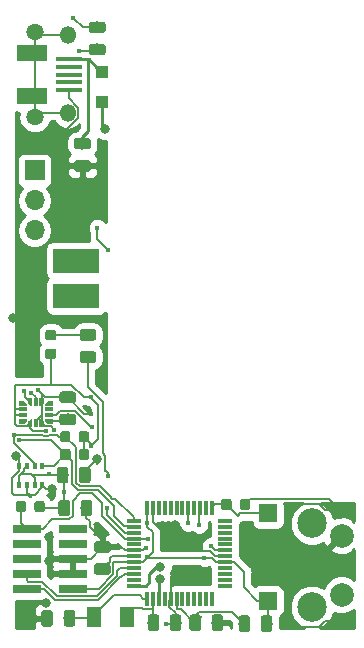
<source format=gbr>
G04 #@! TF.GenerationSoftware,KiCad,Pcbnew,(5.0.1)-rc2*
G04 #@! TF.CreationDate,2019-03-21T01:05:14-07:00*
G04 #@! TF.ProjectId,littlebeepboop,6C6974746C6562656570626F6F702E6B,rev?*
G04 #@! TF.SameCoordinates,Original*
G04 #@! TF.FileFunction,Copper,L1,Top,Signal*
G04 #@! TF.FilePolarity,Positive*
%FSLAX46Y46*%
G04 Gerber Fmt 4.6, Leading zero omitted, Abs format (unit mm)*
G04 Created by KiCad (PCBNEW (5.0.1)-rc2) date 3/21/2019 1:05:14 AM*
%MOMM*%
%LPD*%
G01*
G04 APERTURE LIST*
G04 #@! TA.AperFunction,Conductor*
%ADD10C,0.100000*%
G04 #@! TD*
G04 #@! TA.AperFunction,SMDPad,CuDef*
%ADD11C,0.975000*%
G04 #@! TD*
G04 #@! TA.AperFunction,ComponentPad*
%ADD12R,1.700000X1.700000*%
G04 #@! TD*
G04 #@! TA.AperFunction,ComponentPad*
%ADD13O,1.700000X1.700000*%
G04 #@! TD*
G04 #@! TA.AperFunction,SMDPad,CuDef*
%ADD14R,2.500000X1.430000*%
G04 #@! TD*
G04 #@! TA.AperFunction,ComponentPad*
%ADD15O,1.500000X1.350000*%
G04 #@! TD*
G04 #@! TA.AperFunction,SMDPad,CuDef*
%ADD16R,2.250000X0.400000*%
G04 #@! TD*
G04 #@! TA.AperFunction,ComponentPad*
%ADD17O,1.350000X1.500000*%
G04 #@! TD*
G04 #@! TA.AperFunction,SMDPad,CuDef*
%ADD18C,0.875000*%
G04 #@! TD*
G04 #@! TA.AperFunction,SMDPad,CuDef*
%ADD19R,4.000000X2.000000*%
G04 #@! TD*
G04 #@! TA.AperFunction,SMDPad,CuDef*
%ADD20C,0.400000*%
G04 #@! TD*
G04 #@! TA.AperFunction,SMDPad,CuDef*
%ADD21R,0.675000X0.400000*%
G04 #@! TD*
G04 #@! TA.AperFunction,SMDPad,CuDef*
%ADD22R,0.400000X0.675000*%
G04 #@! TD*
G04 #@! TA.AperFunction,SMDPad,CuDef*
%ADD23R,0.350000X0.500000*%
G04 #@! TD*
G04 #@! TA.AperFunction,SMDPad,CuDef*
%ADD24R,1.000000X1.000000*%
G04 #@! TD*
G04 #@! TA.AperFunction,SMDPad,CuDef*
%ADD25R,2.400000X0.740000*%
G04 #@! TD*
G04 #@! TA.AperFunction,SMDPad,CuDef*
%ADD26R,0.350000X1.250000*%
G04 #@! TD*
G04 #@! TA.AperFunction,SMDPad,CuDef*
%ADD27R,1.250000X0.350000*%
G04 #@! TD*
G04 #@! TA.AperFunction,SMDPad,CuDef*
%ADD28R,1.500000X1.500000*%
G04 #@! TD*
G04 #@! TA.AperFunction,ComponentPad*
%ADD29C,2.000000*%
G04 #@! TD*
G04 #@! TA.AperFunction,WasherPad*
%ADD30C,2.500000*%
G04 #@! TD*
G04 #@! TA.AperFunction,SMDPad,CuDef*
%ADD31R,1.300000X1.800000*%
G04 #@! TD*
G04 #@! TA.AperFunction,ViaPad*
%ADD32C,0.800000*%
G04 #@! TD*
G04 #@! TA.AperFunction,ViaPad*
%ADD33C,0.400000*%
G04 #@! TD*
G04 #@! TA.AperFunction,Conductor*
%ADD34C,0.152400*%
G04 #@! TD*
G04 #@! TA.AperFunction,Conductor*
%ADD35C,0.250000*%
G04 #@! TD*
G04 #@! TA.AperFunction,Conductor*
%ADD36C,0.254000*%
G04 #@! TD*
G04 APERTURE END LIST*
D10*
G04 #@! TO.N,Vdd*
G04 #@! TO.C,C20*
G36*
X162050142Y-128451174D02*
X162073803Y-128454684D01*
X162097007Y-128460496D01*
X162119529Y-128468554D01*
X162141153Y-128478782D01*
X162161670Y-128491079D01*
X162180883Y-128505329D01*
X162198607Y-128521393D01*
X162214671Y-128539117D01*
X162228921Y-128558330D01*
X162241218Y-128578847D01*
X162251446Y-128600471D01*
X162259504Y-128622993D01*
X162265316Y-128646197D01*
X162268826Y-128669858D01*
X162270000Y-128693750D01*
X162270000Y-129606250D01*
X162268826Y-129630142D01*
X162265316Y-129653803D01*
X162259504Y-129677007D01*
X162251446Y-129699529D01*
X162241218Y-129721153D01*
X162228921Y-129741670D01*
X162214671Y-129760883D01*
X162198607Y-129778607D01*
X162180883Y-129794671D01*
X162161670Y-129808921D01*
X162141153Y-129821218D01*
X162119529Y-129831446D01*
X162097007Y-129839504D01*
X162073803Y-129845316D01*
X162050142Y-129848826D01*
X162026250Y-129850000D01*
X161538750Y-129850000D01*
X161514858Y-129848826D01*
X161491197Y-129845316D01*
X161467993Y-129839504D01*
X161445471Y-129831446D01*
X161423847Y-129821218D01*
X161403330Y-129808921D01*
X161384117Y-129794671D01*
X161366393Y-129778607D01*
X161350329Y-129760883D01*
X161336079Y-129741670D01*
X161323782Y-129721153D01*
X161313554Y-129699529D01*
X161305496Y-129677007D01*
X161299684Y-129653803D01*
X161296174Y-129630142D01*
X161295000Y-129606250D01*
X161295000Y-128693750D01*
X161296174Y-128669858D01*
X161299684Y-128646197D01*
X161305496Y-128622993D01*
X161313554Y-128600471D01*
X161323782Y-128578847D01*
X161336079Y-128558330D01*
X161350329Y-128539117D01*
X161366393Y-128521393D01*
X161384117Y-128505329D01*
X161403330Y-128491079D01*
X161423847Y-128478782D01*
X161445471Y-128468554D01*
X161467993Y-128460496D01*
X161491197Y-128454684D01*
X161514858Y-128451174D01*
X161538750Y-128450000D01*
X162026250Y-128450000D01*
X162050142Y-128451174D01*
X162050142Y-128451174D01*
G37*
D11*
G04 #@! TD*
G04 #@! TO.P,C20,1*
G04 #@! TO.N,Vdd*
X161782500Y-129150000D03*
D10*
G04 #@! TO.N,BattRtn*
G04 #@! TO.C,C20*
G36*
X163925142Y-128451174D02*
X163948803Y-128454684D01*
X163972007Y-128460496D01*
X163994529Y-128468554D01*
X164016153Y-128478782D01*
X164036670Y-128491079D01*
X164055883Y-128505329D01*
X164073607Y-128521393D01*
X164089671Y-128539117D01*
X164103921Y-128558330D01*
X164116218Y-128578847D01*
X164126446Y-128600471D01*
X164134504Y-128622993D01*
X164140316Y-128646197D01*
X164143826Y-128669858D01*
X164145000Y-128693750D01*
X164145000Y-129606250D01*
X164143826Y-129630142D01*
X164140316Y-129653803D01*
X164134504Y-129677007D01*
X164126446Y-129699529D01*
X164116218Y-129721153D01*
X164103921Y-129741670D01*
X164089671Y-129760883D01*
X164073607Y-129778607D01*
X164055883Y-129794671D01*
X164036670Y-129808921D01*
X164016153Y-129821218D01*
X163994529Y-129831446D01*
X163972007Y-129839504D01*
X163948803Y-129845316D01*
X163925142Y-129848826D01*
X163901250Y-129850000D01*
X163413750Y-129850000D01*
X163389858Y-129848826D01*
X163366197Y-129845316D01*
X163342993Y-129839504D01*
X163320471Y-129831446D01*
X163298847Y-129821218D01*
X163278330Y-129808921D01*
X163259117Y-129794671D01*
X163241393Y-129778607D01*
X163225329Y-129760883D01*
X163211079Y-129741670D01*
X163198782Y-129721153D01*
X163188554Y-129699529D01*
X163180496Y-129677007D01*
X163174684Y-129653803D01*
X163171174Y-129630142D01*
X163170000Y-129606250D01*
X163170000Y-128693750D01*
X163171174Y-128669858D01*
X163174684Y-128646197D01*
X163180496Y-128622993D01*
X163188554Y-128600471D01*
X163198782Y-128578847D01*
X163211079Y-128558330D01*
X163225329Y-128539117D01*
X163241393Y-128521393D01*
X163259117Y-128505329D01*
X163278330Y-128491079D01*
X163298847Y-128478782D01*
X163320471Y-128468554D01*
X163342993Y-128460496D01*
X163366197Y-128454684D01*
X163389858Y-128451174D01*
X163413750Y-128450000D01*
X163901250Y-128450000D01*
X163925142Y-128451174D01*
X163925142Y-128451174D01*
G37*
D11*
G04 #@! TD*
G04 #@! TO.P,C20,2*
G04 #@! TO.N,BattRtn*
X163657500Y-129150000D03*
D12*
G04 #@! TO.P,SW1,1*
G04 #@! TO.N,Net-(SW1-Pad1)*
X159270000Y-100560000D03*
D13*
G04 #@! TO.P,SW1,2*
G04 #@! TO.N,/BatteryManagement/Batt_int*
X159270000Y-103100000D03*
G04 #@! TO.P,SW1,3*
G04 #@! TO.N,BattPwr*
X159270000Y-105640000D03*
G04 #@! TD*
D10*
G04 #@! TO.N,BattRtn*
G04 #@! TO.C,C5*
G36*
X171477642Y-138151174D02*
X171501303Y-138154684D01*
X171524507Y-138160496D01*
X171547029Y-138168554D01*
X171568653Y-138178782D01*
X171589170Y-138191079D01*
X171608383Y-138205329D01*
X171626107Y-138221393D01*
X171642171Y-138239117D01*
X171656421Y-138258330D01*
X171668718Y-138278847D01*
X171678946Y-138300471D01*
X171687004Y-138322993D01*
X171692816Y-138346197D01*
X171696326Y-138369858D01*
X171697500Y-138393750D01*
X171697500Y-139306250D01*
X171696326Y-139330142D01*
X171692816Y-139353803D01*
X171687004Y-139377007D01*
X171678946Y-139399529D01*
X171668718Y-139421153D01*
X171656421Y-139441670D01*
X171642171Y-139460883D01*
X171626107Y-139478607D01*
X171608383Y-139494671D01*
X171589170Y-139508921D01*
X171568653Y-139521218D01*
X171547029Y-139531446D01*
X171524507Y-139539504D01*
X171501303Y-139545316D01*
X171477642Y-139548826D01*
X171453750Y-139550000D01*
X170966250Y-139550000D01*
X170942358Y-139548826D01*
X170918697Y-139545316D01*
X170895493Y-139539504D01*
X170872971Y-139531446D01*
X170851347Y-139521218D01*
X170830830Y-139508921D01*
X170811617Y-139494671D01*
X170793893Y-139478607D01*
X170777829Y-139460883D01*
X170763579Y-139441670D01*
X170751282Y-139421153D01*
X170741054Y-139399529D01*
X170732996Y-139377007D01*
X170727184Y-139353803D01*
X170723674Y-139330142D01*
X170722500Y-139306250D01*
X170722500Y-138393750D01*
X170723674Y-138369858D01*
X170727184Y-138346197D01*
X170732996Y-138322993D01*
X170741054Y-138300471D01*
X170751282Y-138278847D01*
X170763579Y-138258330D01*
X170777829Y-138239117D01*
X170793893Y-138221393D01*
X170811617Y-138205329D01*
X170830830Y-138191079D01*
X170851347Y-138178782D01*
X170872971Y-138168554D01*
X170895493Y-138160496D01*
X170918697Y-138154684D01*
X170942358Y-138151174D01*
X170966250Y-138150000D01*
X171453750Y-138150000D01*
X171477642Y-138151174D01*
X171477642Y-138151174D01*
G37*
D11*
G04 #@! TD*
G04 #@! TO.P,C5,1*
G04 #@! TO.N,BattRtn*
X171210000Y-138850000D03*
D10*
G04 #@! TO.N,Net-(C5-Pad2)*
G04 #@! TO.C,C5*
G36*
X169602642Y-138151174D02*
X169626303Y-138154684D01*
X169649507Y-138160496D01*
X169672029Y-138168554D01*
X169693653Y-138178782D01*
X169714170Y-138191079D01*
X169733383Y-138205329D01*
X169751107Y-138221393D01*
X169767171Y-138239117D01*
X169781421Y-138258330D01*
X169793718Y-138278847D01*
X169803946Y-138300471D01*
X169812004Y-138322993D01*
X169817816Y-138346197D01*
X169821326Y-138369858D01*
X169822500Y-138393750D01*
X169822500Y-139306250D01*
X169821326Y-139330142D01*
X169817816Y-139353803D01*
X169812004Y-139377007D01*
X169803946Y-139399529D01*
X169793718Y-139421153D01*
X169781421Y-139441670D01*
X169767171Y-139460883D01*
X169751107Y-139478607D01*
X169733383Y-139494671D01*
X169714170Y-139508921D01*
X169693653Y-139521218D01*
X169672029Y-139531446D01*
X169649507Y-139539504D01*
X169626303Y-139545316D01*
X169602642Y-139548826D01*
X169578750Y-139550000D01*
X169091250Y-139550000D01*
X169067358Y-139548826D01*
X169043697Y-139545316D01*
X169020493Y-139539504D01*
X168997971Y-139531446D01*
X168976347Y-139521218D01*
X168955830Y-139508921D01*
X168936617Y-139494671D01*
X168918893Y-139478607D01*
X168902829Y-139460883D01*
X168888579Y-139441670D01*
X168876282Y-139421153D01*
X168866054Y-139399529D01*
X168857996Y-139377007D01*
X168852184Y-139353803D01*
X168848674Y-139330142D01*
X168847500Y-139306250D01*
X168847500Y-138393750D01*
X168848674Y-138369858D01*
X168852184Y-138346197D01*
X168857996Y-138322993D01*
X168866054Y-138300471D01*
X168876282Y-138278847D01*
X168888579Y-138258330D01*
X168902829Y-138239117D01*
X168918893Y-138221393D01*
X168936617Y-138205329D01*
X168955830Y-138191079D01*
X168976347Y-138178782D01*
X168997971Y-138168554D01*
X169020493Y-138160496D01*
X169043697Y-138154684D01*
X169067358Y-138151174D01*
X169091250Y-138150000D01*
X169578750Y-138150000D01*
X169602642Y-138151174D01*
X169602642Y-138151174D01*
G37*
D11*
G04 #@! TD*
G04 #@! TO.P,C5,2*
G04 #@! TO.N,Net-(C5-Pad2)*
X169335000Y-138850000D03*
D10*
G04 #@! TO.N,Net-(C4-Pad2)*
G04 #@! TO.C,C4*
G36*
X162482642Y-137781174D02*
X162506303Y-137784684D01*
X162529507Y-137790496D01*
X162552029Y-137798554D01*
X162573653Y-137808782D01*
X162594170Y-137821079D01*
X162613383Y-137835329D01*
X162631107Y-137851393D01*
X162647171Y-137869117D01*
X162661421Y-137888330D01*
X162673718Y-137908847D01*
X162683946Y-137930471D01*
X162692004Y-137952993D01*
X162697816Y-137976197D01*
X162701326Y-137999858D01*
X162702500Y-138023750D01*
X162702500Y-138936250D01*
X162701326Y-138960142D01*
X162697816Y-138983803D01*
X162692004Y-139007007D01*
X162683946Y-139029529D01*
X162673718Y-139051153D01*
X162661421Y-139071670D01*
X162647171Y-139090883D01*
X162631107Y-139108607D01*
X162613383Y-139124671D01*
X162594170Y-139138921D01*
X162573653Y-139151218D01*
X162552029Y-139161446D01*
X162529507Y-139169504D01*
X162506303Y-139175316D01*
X162482642Y-139178826D01*
X162458750Y-139180000D01*
X161971250Y-139180000D01*
X161947358Y-139178826D01*
X161923697Y-139175316D01*
X161900493Y-139169504D01*
X161877971Y-139161446D01*
X161856347Y-139151218D01*
X161835830Y-139138921D01*
X161816617Y-139124671D01*
X161798893Y-139108607D01*
X161782829Y-139090883D01*
X161768579Y-139071670D01*
X161756282Y-139051153D01*
X161746054Y-139029529D01*
X161737996Y-139007007D01*
X161732184Y-138983803D01*
X161728674Y-138960142D01*
X161727500Y-138936250D01*
X161727500Y-138023750D01*
X161728674Y-137999858D01*
X161732184Y-137976197D01*
X161737996Y-137952993D01*
X161746054Y-137930471D01*
X161756282Y-137908847D01*
X161768579Y-137888330D01*
X161782829Y-137869117D01*
X161798893Y-137851393D01*
X161816617Y-137835329D01*
X161835830Y-137821079D01*
X161856347Y-137808782D01*
X161877971Y-137798554D01*
X161900493Y-137790496D01*
X161923697Y-137784684D01*
X161947358Y-137781174D01*
X161971250Y-137780000D01*
X162458750Y-137780000D01*
X162482642Y-137781174D01*
X162482642Y-137781174D01*
G37*
D11*
G04 #@! TD*
G04 #@! TO.P,C4,2*
G04 #@! TO.N,Net-(C4-Pad2)*
X162215000Y-138480000D03*
D10*
G04 #@! TO.N,BattRtn*
G04 #@! TO.C,C4*
G36*
X160607642Y-137781174D02*
X160631303Y-137784684D01*
X160654507Y-137790496D01*
X160677029Y-137798554D01*
X160698653Y-137808782D01*
X160719170Y-137821079D01*
X160738383Y-137835329D01*
X160756107Y-137851393D01*
X160772171Y-137869117D01*
X160786421Y-137888330D01*
X160798718Y-137908847D01*
X160808946Y-137930471D01*
X160817004Y-137952993D01*
X160822816Y-137976197D01*
X160826326Y-137999858D01*
X160827500Y-138023750D01*
X160827500Y-138936250D01*
X160826326Y-138960142D01*
X160822816Y-138983803D01*
X160817004Y-139007007D01*
X160808946Y-139029529D01*
X160798718Y-139051153D01*
X160786421Y-139071670D01*
X160772171Y-139090883D01*
X160756107Y-139108607D01*
X160738383Y-139124671D01*
X160719170Y-139138921D01*
X160698653Y-139151218D01*
X160677029Y-139161446D01*
X160654507Y-139169504D01*
X160631303Y-139175316D01*
X160607642Y-139178826D01*
X160583750Y-139180000D01*
X160096250Y-139180000D01*
X160072358Y-139178826D01*
X160048697Y-139175316D01*
X160025493Y-139169504D01*
X160002971Y-139161446D01*
X159981347Y-139151218D01*
X159960830Y-139138921D01*
X159941617Y-139124671D01*
X159923893Y-139108607D01*
X159907829Y-139090883D01*
X159893579Y-139071670D01*
X159881282Y-139051153D01*
X159871054Y-139029529D01*
X159862996Y-139007007D01*
X159857184Y-138983803D01*
X159853674Y-138960142D01*
X159852500Y-138936250D01*
X159852500Y-138023750D01*
X159853674Y-137999858D01*
X159857184Y-137976197D01*
X159862996Y-137952993D01*
X159871054Y-137930471D01*
X159881282Y-137908847D01*
X159893579Y-137888330D01*
X159907829Y-137869117D01*
X159923893Y-137851393D01*
X159941617Y-137835329D01*
X159960830Y-137821079D01*
X159981347Y-137808782D01*
X160002971Y-137798554D01*
X160025493Y-137790496D01*
X160048697Y-137784684D01*
X160072358Y-137781174D01*
X160096250Y-137780000D01*
X160583750Y-137780000D01*
X160607642Y-137781174D01*
X160607642Y-137781174D01*
G37*
D11*
G04 #@! TD*
G04 #@! TO.P,C4,1*
G04 #@! TO.N,BattRtn*
X160340000Y-138480000D03*
D10*
G04 #@! TO.N,BattRtn*
G04 #@! TO.C,C12*
G36*
X163802142Y-99686674D02*
X163825803Y-99690184D01*
X163849007Y-99695996D01*
X163871529Y-99704054D01*
X163893153Y-99714282D01*
X163913670Y-99726579D01*
X163932883Y-99740829D01*
X163950607Y-99756893D01*
X163966671Y-99774617D01*
X163980921Y-99793830D01*
X163993218Y-99814347D01*
X164003446Y-99835971D01*
X164011504Y-99858493D01*
X164017316Y-99881697D01*
X164020826Y-99905358D01*
X164022000Y-99929250D01*
X164022000Y-100416750D01*
X164020826Y-100440642D01*
X164017316Y-100464303D01*
X164011504Y-100487507D01*
X164003446Y-100510029D01*
X163993218Y-100531653D01*
X163980921Y-100552170D01*
X163966671Y-100571383D01*
X163950607Y-100589107D01*
X163932883Y-100605171D01*
X163913670Y-100619421D01*
X163893153Y-100631718D01*
X163871529Y-100641946D01*
X163849007Y-100650004D01*
X163825803Y-100655816D01*
X163802142Y-100659326D01*
X163778250Y-100660500D01*
X162865750Y-100660500D01*
X162841858Y-100659326D01*
X162818197Y-100655816D01*
X162794993Y-100650004D01*
X162772471Y-100641946D01*
X162750847Y-100631718D01*
X162730330Y-100619421D01*
X162711117Y-100605171D01*
X162693393Y-100589107D01*
X162677329Y-100571383D01*
X162663079Y-100552170D01*
X162650782Y-100531653D01*
X162640554Y-100510029D01*
X162632496Y-100487507D01*
X162626684Y-100464303D01*
X162623174Y-100440642D01*
X162622000Y-100416750D01*
X162622000Y-99929250D01*
X162623174Y-99905358D01*
X162626684Y-99881697D01*
X162632496Y-99858493D01*
X162640554Y-99835971D01*
X162650782Y-99814347D01*
X162663079Y-99793830D01*
X162677329Y-99774617D01*
X162693393Y-99756893D01*
X162711117Y-99740829D01*
X162730330Y-99726579D01*
X162750847Y-99714282D01*
X162772471Y-99704054D01*
X162794993Y-99695996D01*
X162818197Y-99690184D01*
X162841858Y-99686674D01*
X162865750Y-99685500D01*
X163778250Y-99685500D01*
X163802142Y-99686674D01*
X163802142Y-99686674D01*
G37*
D11*
G04 #@! TD*
G04 #@! TO.P,C12,1*
G04 #@! TO.N,BattRtn*
X163322000Y-100173000D03*
D10*
G04 #@! TO.N,USB_PWR*
G04 #@! TO.C,C12*
G36*
X163802142Y-97811674D02*
X163825803Y-97815184D01*
X163849007Y-97820996D01*
X163871529Y-97829054D01*
X163893153Y-97839282D01*
X163913670Y-97851579D01*
X163932883Y-97865829D01*
X163950607Y-97881893D01*
X163966671Y-97899617D01*
X163980921Y-97918830D01*
X163993218Y-97939347D01*
X164003446Y-97960971D01*
X164011504Y-97983493D01*
X164017316Y-98006697D01*
X164020826Y-98030358D01*
X164022000Y-98054250D01*
X164022000Y-98541750D01*
X164020826Y-98565642D01*
X164017316Y-98589303D01*
X164011504Y-98612507D01*
X164003446Y-98635029D01*
X163993218Y-98656653D01*
X163980921Y-98677170D01*
X163966671Y-98696383D01*
X163950607Y-98714107D01*
X163932883Y-98730171D01*
X163913670Y-98744421D01*
X163893153Y-98756718D01*
X163871529Y-98766946D01*
X163849007Y-98775004D01*
X163825803Y-98780816D01*
X163802142Y-98784326D01*
X163778250Y-98785500D01*
X162865750Y-98785500D01*
X162841858Y-98784326D01*
X162818197Y-98780816D01*
X162794993Y-98775004D01*
X162772471Y-98766946D01*
X162750847Y-98756718D01*
X162730330Y-98744421D01*
X162711117Y-98730171D01*
X162693393Y-98714107D01*
X162677329Y-98696383D01*
X162663079Y-98677170D01*
X162650782Y-98656653D01*
X162640554Y-98635029D01*
X162632496Y-98612507D01*
X162626684Y-98589303D01*
X162623174Y-98565642D01*
X162622000Y-98541750D01*
X162622000Y-98054250D01*
X162623174Y-98030358D01*
X162626684Y-98006697D01*
X162632496Y-97983493D01*
X162640554Y-97960971D01*
X162650782Y-97939347D01*
X162663079Y-97918830D01*
X162677329Y-97899617D01*
X162693393Y-97881893D01*
X162711117Y-97865829D01*
X162730330Y-97851579D01*
X162750847Y-97839282D01*
X162772471Y-97829054D01*
X162794993Y-97820996D01*
X162818197Y-97815184D01*
X162841858Y-97811674D01*
X162865750Y-97810500D01*
X163778250Y-97810500D01*
X163802142Y-97811674D01*
X163802142Y-97811674D01*
G37*
D11*
G04 #@! TD*
G04 #@! TO.P,C12,2*
G04 #@! TO.N,USB_PWR*
X163322000Y-98298000D03*
D10*
G04 #@! TO.N,BattRtn*
G04 #@! TO.C,C15*
G36*
X175015142Y-138151174D02*
X175038803Y-138154684D01*
X175062007Y-138160496D01*
X175084529Y-138168554D01*
X175106153Y-138178782D01*
X175126670Y-138191079D01*
X175145883Y-138205329D01*
X175163607Y-138221393D01*
X175179671Y-138239117D01*
X175193921Y-138258330D01*
X175206218Y-138278847D01*
X175216446Y-138300471D01*
X175224504Y-138322993D01*
X175230316Y-138346197D01*
X175233826Y-138369858D01*
X175235000Y-138393750D01*
X175235000Y-139306250D01*
X175233826Y-139330142D01*
X175230316Y-139353803D01*
X175224504Y-139377007D01*
X175216446Y-139399529D01*
X175206218Y-139421153D01*
X175193921Y-139441670D01*
X175179671Y-139460883D01*
X175163607Y-139478607D01*
X175145883Y-139494671D01*
X175126670Y-139508921D01*
X175106153Y-139521218D01*
X175084529Y-139531446D01*
X175062007Y-139539504D01*
X175038803Y-139545316D01*
X175015142Y-139548826D01*
X174991250Y-139550000D01*
X174503750Y-139550000D01*
X174479858Y-139548826D01*
X174456197Y-139545316D01*
X174432993Y-139539504D01*
X174410471Y-139531446D01*
X174388847Y-139521218D01*
X174368330Y-139508921D01*
X174349117Y-139494671D01*
X174331393Y-139478607D01*
X174315329Y-139460883D01*
X174301079Y-139441670D01*
X174288782Y-139421153D01*
X174278554Y-139399529D01*
X174270496Y-139377007D01*
X174264684Y-139353803D01*
X174261174Y-139330142D01*
X174260000Y-139306250D01*
X174260000Y-138393750D01*
X174261174Y-138369858D01*
X174264684Y-138346197D01*
X174270496Y-138322993D01*
X174278554Y-138300471D01*
X174288782Y-138278847D01*
X174301079Y-138258330D01*
X174315329Y-138239117D01*
X174331393Y-138221393D01*
X174349117Y-138205329D01*
X174368330Y-138191079D01*
X174388847Y-138178782D01*
X174410471Y-138168554D01*
X174432993Y-138160496D01*
X174456197Y-138154684D01*
X174479858Y-138151174D01*
X174503750Y-138150000D01*
X174991250Y-138150000D01*
X175015142Y-138151174D01*
X175015142Y-138151174D01*
G37*
D11*
G04 #@! TD*
G04 #@! TO.P,C15,2*
G04 #@! TO.N,BattRtn*
X174747500Y-138850000D03*
D10*
G04 #@! TO.N,/VDDANA*
G04 #@! TO.C,C15*
G36*
X173140142Y-138151174D02*
X173163803Y-138154684D01*
X173187007Y-138160496D01*
X173209529Y-138168554D01*
X173231153Y-138178782D01*
X173251670Y-138191079D01*
X173270883Y-138205329D01*
X173288607Y-138221393D01*
X173304671Y-138239117D01*
X173318921Y-138258330D01*
X173331218Y-138278847D01*
X173341446Y-138300471D01*
X173349504Y-138322993D01*
X173355316Y-138346197D01*
X173358826Y-138369858D01*
X173360000Y-138393750D01*
X173360000Y-139306250D01*
X173358826Y-139330142D01*
X173355316Y-139353803D01*
X173349504Y-139377007D01*
X173341446Y-139399529D01*
X173331218Y-139421153D01*
X173318921Y-139441670D01*
X173304671Y-139460883D01*
X173288607Y-139478607D01*
X173270883Y-139494671D01*
X173251670Y-139508921D01*
X173231153Y-139521218D01*
X173209529Y-139531446D01*
X173187007Y-139539504D01*
X173163803Y-139545316D01*
X173140142Y-139548826D01*
X173116250Y-139550000D01*
X172628750Y-139550000D01*
X172604858Y-139548826D01*
X172581197Y-139545316D01*
X172557993Y-139539504D01*
X172535471Y-139531446D01*
X172513847Y-139521218D01*
X172493330Y-139508921D01*
X172474117Y-139494671D01*
X172456393Y-139478607D01*
X172440329Y-139460883D01*
X172426079Y-139441670D01*
X172413782Y-139421153D01*
X172403554Y-139399529D01*
X172395496Y-139377007D01*
X172389684Y-139353803D01*
X172386174Y-139330142D01*
X172385000Y-139306250D01*
X172385000Y-138393750D01*
X172386174Y-138369858D01*
X172389684Y-138346197D01*
X172395496Y-138322993D01*
X172403554Y-138300471D01*
X172413782Y-138278847D01*
X172426079Y-138258330D01*
X172440329Y-138239117D01*
X172456393Y-138221393D01*
X172474117Y-138205329D01*
X172493330Y-138191079D01*
X172513847Y-138178782D01*
X172535471Y-138168554D01*
X172557993Y-138160496D01*
X172581197Y-138154684D01*
X172604858Y-138151174D01*
X172628750Y-138150000D01*
X173116250Y-138150000D01*
X173140142Y-138151174D01*
X173140142Y-138151174D01*
G37*
D11*
G04 #@! TD*
G04 #@! TO.P,C15,1*
G04 #@! TO.N,/VDDANA*
X172872500Y-138850000D03*
D10*
G04 #@! TO.N,/VDDCORE*
G04 #@! TO.C,C16*
G36*
X165490142Y-133823674D02*
X165513803Y-133827184D01*
X165537007Y-133832996D01*
X165559529Y-133841054D01*
X165581153Y-133851282D01*
X165601670Y-133863579D01*
X165620883Y-133877829D01*
X165638607Y-133893893D01*
X165654671Y-133911617D01*
X165668921Y-133930830D01*
X165681218Y-133951347D01*
X165691446Y-133972971D01*
X165699504Y-133995493D01*
X165705316Y-134018697D01*
X165708826Y-134042358D01*
X165710000Y-134066250D01*
X165710000Y-134553750D01*
X165708826Y-134577642D01*
X165705316Y-134601303D01*
X165699504Y-134624507D01*
X165691446Y-134647029D01*
X165681218Y-134668653D01*
X165668921Y-134689170D01*
X165654671Y-134708383D01*
X165638607Y-134726107D01*
X165620883Y-134742171D01*
X165601670Y-134756421D01*
X165581153Y-134768718D01*
X165559529Y-134778946D01*
X165537007Y-134787004D01*
X165513803Y-134792816D01*
X165490142Y-134796326D01*
X165466250Y-134797500D01*
X164553750Y-134797500D01*
X164529858Y-134796326D01*
X164506197Y-134792816D01*
X164482993Y-134787004D01*
X164460471Y-134778946D01*
X164438847Y-134768718D01*
X164418330Y-134756421D01*
X164399117Y-134742171D01*
X164381393Y-134726107D01*
X164365329Y-134708383D01*
X164351079Y-134689170D01*
X164338782Y-134668653D01*
X164328554Y-134647029D01*
X164320496Y-134624507D01*
X164314684Y-134601303D01*
X164311174Y-134577642D01*
X164310000Y-134553750D01*
X164310000Y-134066250D01*
X164311174Y-134042358D01*
X164314684Y-134018697D01*
X164320496Y-133995493D01*
X164328554Y-133972971D01*
X164338782Y-133951347D01*
X164351079Y-133930830D01*
X164365329Y-133911617D01*
X164381393Y-133893893D01*
X164399117Y-133877829D01*
X164418330Y-133863579D01*
X164438847Y-133851282D01*
X164460471Y-133841054D01*
X164482993Y-133832996D01*
X164506197Y-133827184D01*
X164529858Y-133823674D01*
X164553750Y-133822500D01*
X165466250Y-133822500D01*
X165490142Y-133823674D01*
X165490142Y-133823674D01*
G37*
D11*
G04 #@! TD*
G04 #@! TO.P,C16,1*
G04 #@! TO.N,/VDDCORE*
X165010000Y-134310000D03*
D10*
G04 #@! TO.N,BattRtn*
G04 #@! TO.C,C16*
G36*
X165490142Y-131948674D02*
X165513803Y-131952184D01*
X165537007Y-131957996D01*
X165559529Y-131966054D01*
X165581153Y-131976282D01*
X165601670Y-131988579D01*
X165620883Y-132002829D01*
X165638607Y-132018893D01*
X165654671Y-132036617D01*
X165668921Y-132055830D01*
X165681218Y-132076347D01*
X165691446Y-132097971D01*
X165699504Y-132120493D01*
X165705316Y-132143697D01*
X165708826Y-132167358D01*
X165710000Y-132191250D01*
X165710000Y-132678750D01*
X165708826Y-132702642D01*
X165705316Y-132726303D01*
X165699504Y-132749507D01*
X165691446Y-132772029D01*
X165681218Y-132793653D01*
X165668921Y-132814170D01*
X165654671Y-132833383D01*
X165638607Y-132851107D01*
X165620883Y-132867171D01*
X165601670Y-132881421D01*
X165581153Y-132893718D01*
X165559529Y-132903946D01*
X165537007Y-132912004D01*
X165513803Y-132917816D01*
X165490142Y-132921326D01*
X165466250Y-132922500D01*
X164553750Y-132922500D01*
X164529858Y-132921326D01*
X164506197Y-132917816D01*
X164482993Y-132912004D01*
X164460471Y-132903946D01*
X164438847Y-132893718D01*
X164418330Y-132881421D01*
X164399117Y-132867171D01*
X164381393Y-132851107D01*
X164365329Y-132833383D01*
X164351079Y-132814170D01*
X164338782Y-132793653D01*
X164328554Y-132772029D01*
X164320496Y-132749507D01*
X164314684Y-132726303D01*
X164311174Y-132702642D01*
X164310000Y-132678750D01*
X164310000Y-132191250D01*
X164311174Y-132167358D01*
X164314684Y-132143697D01*
X164320496Y-132120493D01*
X164328554Y-132097971D01*
X164338782Y-132076347D01*
X164351079Y-132055830D01*
X164365329Y-132036617D01*
X164381393Y-132018893D01*
X164399117Y-132002829D01*
X164418330Y-131988579D01*
X164438847Y-131976282D01*
X164460471Y-131966054D01*
X164482993Y-131957996D01*
X164506197Y-131952184D01*
X164529858Y-131948674D01*
X164553750Y-131947500D01*
X165466250Y-131947500D01*
X165490142Y-131948674D01*
X165490142Y-131948674D01*
G37*
D11*
G04 #@! TD*
G04 #@! TO.P,C16,2*
G04 #@! TO.N,BattRtn*
X165010000Y-132435000D03*
D10*
G04 #@! TO.N,LED1_P2*
G04 #@! TO.C,D1*
G36*
X164270142Y-115873674D02*
X164293803Y-115877184D01*
X164317007Y-115882996D01*
X164339529Y-115891054D01*
X164361153Y-115901282D01*
X164381670Y-115913579D01*
X164400883Y-115927829D01*
X164418607Y-115943893D01*
X164434671Y-115961617D01*
X164448921Y-115980830D01*
X164461218Y-116001347D01*
X164471446Y-116022971D01*
X164479504Y-116045493D01*
X164485316Y-116068697D01*
X164488826Y-116092358D01*
X164490000Y-116116250D01*
X164490000Y-116603750D01*
X164488826Y-116627642D01*
X164485316Y-116651303D01*
X164479504Y-116674507D01*
X164471446Y-116697029D01*
X164461218Y-116718653D01*
X164448921Y-116739170D01*
X164434671Y-116758383D01*
X164418607Y-116776107D01*
X164400883Y-116792171D01*
X164381670Y-116806421D01*
X164361153Y-116818718D01*
X164339529Y-116828946D01*
X164317007Y-116837004D01*
X164293803Y-116842816D01*
X164270142Y-116846326D01*
X164246250Y-116847500D01*
X163333750Y-116847500D01*
X163309858Y-116846326D01*
X163286197Y-116842816D01*
X163262993Y-116837004D01*
X163240471Y-116828946D01*
X163218847Y-116818718D01*
X163198330Y-116806421D01*
X163179117Y-116792171D01*
X163161393Y-116776107D01*
X163145329Y-116758383D01*
X163131079Y-116739170D01*
X163118782Y-116718653D01*
X163108554Y-116697029D01*
X163100496Y-116674507D01*
X163094684Y-116651303D01*
X163091174Y-116627642D01*
X163090000Y-116603750D01*
X163090000Y-116116250D01*
X163091174Y-116092358D01*
X163094684Y-116068697D01*
X163100496Y-116045493D01*
X163108554Y-116022971D01*
X163118782Y-116001347D01*
X163131079Y-115980830D01*
X163145329Y-115961617D01*
X163161393Y-115943893D01*
X163179117Y-115927829D01*
X163198330Y-115913579D01*
X163218847Y-115901282D01*
X163240471Y-115891054D01*
X163262993Y-115882996D01*
X163286197Y-115877184D01*
X163309858Y-115873674D01*
X163333750Y-115872500D01*
X164246250Y-115872500D01*
X164270142Y-115873674D01*
X164270142Y-115873674D01*
G37*
D11*
G04 #@! TD*
G04 #@! TO.P,D1,2*
G04 #@! TO.N,LED1_P2*
X163790000Y-116360000D03*
D10*
G04 #@! TO.N,Net-(D1-Pad1)*
G04 #@! TO.C,D1*
G36*
X164270142Y-113998674D02*
X164293803Y-114002184D01*
X164317007Y-114007996D01*
X164339529Y-114016054D01*
X164361153Y-114026282D01*
X164381670Y-114038579D01*
X164400883Y-114052829D01*
X164418607Y-114068893D01*
X164434671Y-114086617D01*
X164448921Y-114105830D01*
X164461218Y-114126347D01*
X164471446Y-114147971D01*
X164479504Y-114170493D01*
X164485316Y-114193697D01*
X164488826Y-114217358D01*
X164490000Y-114241250D01*
X164490000Y-114728750D01*
X164488826Y-114752642D01*
X164485316Y-114776303D01*
X164479504Y-114799507D01*
X164471446Y-114822029D01*
X164461218Y-114843653D01*
X164448921Y-114864170D01*
X164434671Y-114883383D01*
X164418607Y-114901107D01*
X164400883Y-114917171D01*
X164381670Y-114931421D01*
X164361153Y-114943718D01*
X164339529Y-114953946D01*
X164317007Y-114962004D01*
X164293803Y-114967816D01*
X164270142Y-114971326D01*
X164246250Y-114972500D01*
X163333750Y-114972500D01*
X163309858Y-114971326D01*
X163286197Y-114967816D01*
X163262993Y-114962004D01*
X163240471Y-114953946D01*
X163218847Y-114943718D01*
X163198330Y-114931421D01*
X163179117Y-114917171D01*
X163161393Y-114901107D01*
X163145329Y-114883383D01*
X163131079Y-114864170D01*
X163118782Y-114843653D01*
X163108554Y-114822029D01*
X163100496Y-114799507D01*
X163094684Y-114776303D01*
X163091174Y-114752642D01*
X163090000Y-114728750D01*
X163090000Y-114241250D01*
X163091174Y-114217358D01*
X163094684Y-114193697D01*
X163100496Y-114170493D01*
X163108554Y-114147971D01*
X163118782Y-114126347D01*
X163131079Y-114105830D01*
X163145329Y-114086617D01*
X163161393Y-114068893D01*
X163179117Y-114052829D01*
X163198330Y-114038579D01*
X163218847Y-114026282D01*
X163240471Y-114016054D01*
X163262993Y-114007996D01*
X163286197Y-114002184D01*
X163309858Y-113998674D01*
X163333750Y-113997500D01*
X164246250Y-113997500D01*
X164270142Y-113998674D01*
X164270142Y-113998674D01*
G37*
D11*
G04 #@! TD*
G04 #@! TO.P,D1,1*
G04 #@! TO.N,Net-(D1-Pad1)*
X163790000Y-114485000D03*
D10*
G04 #@! TO.N,Net-(D2-Pad1)*
G04 #@! TO.C,D2*
G36*
X165060142Y-89833674D02*
X165083803Y-89837184D01*
X165107007Y-89842996D01*
X165129529Y-89851054D01*
X165151153Y-89861282D01*
X165171670Y-89873579D01*
X165190883Y-89887829D01*
X165208607Y-89903893D01*
X165224671Y-89921617D01*
X165238921Y-89940830D01*
X165251218Y-89961347D01*
X165261446Y-89982971D01*
X165269504Y-90005493D01*
X165275316Y-90028697D01*
X165278826Y-90052358D01*
X165280000Y-90076250D01*
X165280000Y-90563750D01*
X165278826Y-90587642D01*
X165275316Y-90611303D01*
X165269504Y-90634507D01*
X165261446Y-90657029D01*
X165251218Y-90678653D01*
X165238921Y-90699170D01*
X165224671Y-90718383D01*
X165208607Y-90736107D01*
X165190883Y-90752171D01*
X165171670Y-90766421D01*
X165151153Y-90778718D01*
X165129529Y-90788946D01*
X165107007Y-90797004D01*
X165083803Y-90802816D01*
X165060142Y-90806326D01*
X165036250Y-90807500D01*
X164123750Y-90807500D01*
X164099858Y-90806326D01*
X164076197Y-90802816D01*
X164052993Y-90797004D01*
X164030471Y-90788946D01*
X164008847Y-90778718D01*
X163988330Y-90766421D01*
X163969117Y-90752171D01*
X163951393Y-90736107D01*
X163935329Y-90718383D01*
X163921079Y-90699170D01*
X163908782Y-90678653D01*
X163898554Y-90657029D01*
X163890496Y-90634507D01*
X163884684Y-90611303D01*
X163881174Y-90587642D01*
X163880000Y-90563750D01*
X163880000Y-90076250D01*
X163881174Y-90052358D01*
X163884684Y-90028697D01*
X163890496Y-90005493D01*
X163898554Y-89982971D01*
X163908782Y-89961347D01*
X163921079Y-89940830D01*
X163935329Y-89921617D01*
X163951393Y-89903893D01*
X163969117Y-89887829D01*
X163988330Y-89873579D01*
X164008847Y-89861282D01*
X164030471Y-89851054D01*
X164052993Y-89842996D01*
X164076197Y-89837184D01*
X164099858Y-89833674D01*
X164123750Y-89832500D01*
X165036250Y-89832500D01*
X165060142Y-89833674D01*
X165060142Y-89833674D01*
G37*
D11*
G04 #@! TD*
G04 #@! TO.P,D2,1*
G04 #@! TO.N,Net-(D2-Pad1)*
X164580000Y-90320000D03*
D10*
G04 #@! TO.N,Net-(D2-Pad2)*
G04 #@! TO.C,D2*
G36*
X165060142Y-87958674D02*
X165083803Y-87962184D01*
X165107007Y-87967996D01*
X165129529Y-87976054D01*
X165151153Y-87986282D01*
X165171670Y-87998579D01*
X165190883Y-88012829D01*
X165208607Y-88028893D01*
X165224671Y-88046617D01*
X165238921Y-88065830D01*
X165251218Y-88086347D01*
X165261446Y-88107971D01*
X165269504Y-88130493D01*
X165275316Y-88153697D01*
X165278826Y-88177358D01*
X165280000Y-88201250D01*
X165280000Y-88688750D01*
X165278826Y-88712642D01*
X165275316Y-88736303D01*
X165269504Y-88759507D01*
X165261446Y-88782029D01*
X165251218Y-88803653D01*
X165238921Y-88824170D01*
X165224671Y-88843383D01*
X165208607Y-88861107D01*
X165190883Y-88877171D01*
X165171670Y-88891421D01*
X165151153Y-88903718D01*
X165129529Y-88913946D01*
X165107007Y-88922004D01*
X165083803Y-88927816D01*
X165060142Y-88931326D01*
X165036250Y-88932500D01*
X164123750Y-88932500D01*
X164099858Y-88931326D01*
X164076197Y-88927816D01*
X164052993Y-88922004D01*
X164030471Y-88913946D01*
X164008847Y-88903718D01*
X163988330Y-88891421D01*
X163969117Y-88877171D01*
X163951393Y-88861107D01*
X163935329Y-88843383D01*
X163921079Y-88824170D01*
X163908782Y-88803653D01*
X163898554Y-88782029D01*
X163890496Y-88759507D01*
X163884684Y-88736303D01*
X163881174Y-88712642D01*
X163880000Y-88688750D01*
X163880000Y-88201250D01*
X163881174Y-88177358D01*
X163884684Y-88153697D01*
X163890496Y-88130493D01*
X163898554Y-88107971D01*
X163908782Y-88086347D01*
X163921079Y-88065830D01*
X163935329Y-88046617D01*
X163951393Y-88028893D01*
X163969117Y-88012829D01*
X163988330Y-87998579D01*
X164008847Y-87986282D01*
X164030471Y-87976054D01*
X164052993Y-87967996D01*
X164076197Y-87962184D01*
X164099858Y-87958674D01*
X164123750Y-87957500D01*
X165036250Y-87957500D01*
X165060142Y-87958674D01*
X165060142Y-87958674D01*
G37*
D11*
G04 #@! TD*
G04 #@! TO.P,D2,2*
G04 #@! TO.N,Net-(D2-Pad2)*
X164580000Y-88445000D03*
D14*
G04 #@! TO.P,J1,6*
G04 #@! TO.N,Net-(J1-Pad6)*
X159015000Y-90615000D03*
D15*
X159285000Y-88845000D03*
D16*
G04 #@! TO.P,J1,5*
G04 #@! TO.N,BattRtn*
X162165000Y-93750000D03*
G04 #@! TO.P,J1,4*
G04 #@! TO.N,Net-(J1-Pad4)*
X162165000Y-93100000D03*
G04 #@! TO.P,J1,3*
G04 #@! TO.N,Net-(J1-Pad3)*
X162165000Y-92450000D03*
G04 #@! TO.P,J1,2*
G04 #@! TO.N,Net-(J1-Pad2)*
X162165000Y-91800000D03*
G04 #@! TO.P,J1,1*
G04 #@! TO.N,USB_PWR*
X162165000Y-91150000D03*
D15*
G04 #@! TO.P,J1,6*
G04 #@! TO.N,Net-(J1-Pad6)*
X159285000Y-96045000D03*
D14*
X159015000Y-94300000D03*
D17*
X162085000Y-89100000D03*
X162085000Y-95700000D03*
G04 #@! TD*
D10*
G04 #@! TO.N,Net-(D1-Pad1)*
G04 #@! TO.C,R1*
G36*
X160927691Y-114068553D02*
X160948926Y-114071703D01*
X160969750Y-114076919D01*
X160989962Y-114084151D01*
X161009368Y-114093330D01*
X161027781Y-114104366D01*
X161045024Y-114117154D01*
X161060930Y-114131570D01*
X161075346Y-114147476D01*
X161088134Y-114164719D01*
X161099170Y-114183132D01*
X161108349Y-114202538D01*
X161115581Y-114222750D01*
X161120797Y-114243574D01*
X161123947Y-114264809D01*
X161125000Y-114286250D01*
X161125000Y-114723750D01*
X161123947Y-114745191D01*
X161120797Y-114766426D01*
X161115581Y-114787250D01*
X161108349Y-114807462D01*
X161099170Y-114826868D01*
X161088134Y-114845281D01*
X161075346Y-114862524D01*
X161060930Y-114878430D01*
X161045024Y-114892846D01*
X161027781Y-114905634D01*
X161009368Y-114916670D01*
X160989962Y-114925849D01*
X160969750Y-114933081D01*
X160948926Y-114938297D01*
X160927691Y-114941447D01*
X160906250Y-114942500D01*
X160393750Y-114942500D01*
X160372309Y-114941447D01*
X160351074Y-114938297D01*
X160330250Y-114933081D01*
X160310038Y-114925849D01*
X160290632Y-114916670D01*
X160272219Y-114905634D01*
X160254976Y-114892846D01*
X160239070Y-114878430D01*
X160224654Y-114862524D01*
X160211866Y-114845281D01*
X160200830Y-114826868D01*
X160191651Y-114807462D01*
X160184419Y-114787250D01*
X160179203Y-114766426D01*
X160176053Y-114745191D01*
X160175000Y-114723750D01*
X160175000Y-114286250D01*
X160176053Y-114264809D01*
X160179203Y-114243574D01*
X160184419Y-114222750D01*
X160191651Y-114202538D01*
X160200830Y-114183132D01*
X160211866Y-114164719D01*
X160224654Y-114147476D01*
X160239070Y-114131570D01*
X160254976Y-114117154D01*
X160272219Y-114104366D01*
X160290632Y-114093330D01*
X160310038Y-114084151D01*
X160330250Y-114076919D01*
X160351074Y-114071703D01*
X160372309Y-114068553D01*
X160393750Y-114067500D01*
X160906250Y-114067500D01*
X160927691Y-114068553D01*
X160927691Y-114068553D01*
G37*
D18*
G04 #@! TD*
G04 #@! TO.P,R1,1*
G04 #@! TO.N,Net-(D1-Pad1)*
X160650000Y-114505000D03*
D10*
G04 #@! TO.N,Vdd*
G04 #@! TO.C,R1*
G36*
X160927691Y-115643553D02*
X160948926Y-115646703D01*
X160969750Y-115651919D01*
X160989962Y-115659151D01*
X161009368Y-115668330D01*
X161027781Y-115679366D01*
X161045024Y-115692154D01*
X161060930Y-115706570D01*
X161075346Y-115722476D01*
X161088134Y-115739719D01*
X161099170Y-115758132D01*
X161108349Y-115777538D01*
X161115581Y-115797750D01*
X161120797Y-115818574D01*
X161123947Y-115839809D01*
X161125000Y-115861250D01*
X161125000Y-116298750D01*
X161123947Y-116320191D01*
X161120797Y-116341426D01*
X161115581Y-116362250D01*
X161108349Y-116382462D01*
X161099170Y-116401868D01*
X161088134Y-116420281D01*
X161075346Y-116437524D01*
X161060930Y-116453430D01*
X161045024Y-116467846D01*
X161027781Y-116480634D01*
X161009368Y-116491670D01*
X160989962Y-116500849D01*
X160969750Y-116508081D01*
X160948926Y-116513297D01*
X160927691Y-116516447D01*
X160906250Y-116517500D01*
X160393750Y-116517500D01*
X160372309Y-116516447D01*
X160351074Y-116513297D01*
X160330250Y-116508081D01*
X160310038Y-116500849D01*
X160290632Y-116491670D01*
X160272219Y-116480634D01*
X160254976Y-116467846D01*
X160239070Y-116453430D01*
X160224654Y-116437524D01*
X160211866Y-116420281D01*
X160200830Y-116401868D01*
X160191651Y-116382462D01*
X160184419Y-116362250D01*
X160179203Y-116341426D01*
X160176053Y-116320191D01*
X160175000Y-116298750D01*
X160175000Y-115861250D01*
X160176053Y-115839809D01*
X160179203Y-115818574D01*
X160184419Y-115797750D01*
X160191651Y-115777538D01*
X160200830Y-115758132D01*
X160211866Y-115739719D01*
X160224654Y-115722476D01*
X160239070Y-115706570D01*
X160254976Y-115692154D01*
X160272219Y-115679366D01*
X160290632Y-115668330D01*
X160310038Y-115659151D01*
X160330250Y-115651919D01*
X160351074Y-115646703D01*
X160372309Y-115643553D01*
X160393750Y-115642500D01*
X160906250Y-115642500D01*
X160927691Y-115643553D01*
X160927691Y-115643553D01*
G37*
D18*
G04 #@! TD*
G04 #@! TO.P,R1,2*
G04 #@! TO.N,Vdd*
X160650000Y-116080000D03*
D10*
G04 #@! TO.N,BattRtn*
G04 #@! TO.C,R2*
G36*
X177325191Y-128346053D02*
X177346426Y-128349203D01*
X177367250Y-128354419D01*
X177387462Y-128361651D01*
X177406868Y-128370830D01*
X177425281Y-128381866D01*
X177442524Y-128394654D01*
X177458430Y-128409070D01*
X177472846Y-128424976D01*
X177485634Y-128442219D01*
X177496670Y-128460632D01*
X177505849Y-128480038D01*
X177513081Y-128500250D01*
X177518297Y-128521074D01*
X177521447Y-128542309D01*
X177522500Y-128563750D01*
X177522500Y-129076250D01*
X177521447Y-129097691D01*
X177518297Y-129118926D01*
X177513081Y-129139750D01*
X177505849Y-129159962D01*
X177496670Y-129179368D01*
X177485634Y-129197781D01*
X177472846Y-129215024D01*
X177458430Y-129230930D01*
X177442524Y-129245346D01*
X177425281Y-129258134D01*
X177406868Y-129269170D01*
X177387462Y-129278349D01*
X177367250Y-129285581D01*
X177346426Y-129290797D01*
X177325191Y-129293947D01*
X177303750Y-129295000D01*
X176866250Y-129295000D01*
X176844809Y-129293947D01*
X176823574Y-129290797D01*
X176802750Y-129285581D01*
X176782538Y-129278349D01*
X176763132Y-129269170D01*
X176744719Y-129258134D01*
X176727476Y-129245346D01*
X176711570Y-129230930D01*
X176697154Y-129215024D01*
X176684366Y-129197781D01*
X176673330Y-129179368D01*
X176664151Y-129159962D01*
X176656919Y-129139750D01*
X176651703Y-129118926D01*
X176648553Y-129097691D01*
X176647500Y-129076250D01*
X176647500Y-128563750D01*
X176648553Y-128542309D01*
X176651703Y-128521074D01*
X176656919Y-128500250D01*
X176664151Y-128480038D01*
X176673330Y-128460632D01*
X176684366Y-128442219D01*
X176697154Y-128424976D01*
X176711570Y-128409070D01*
X176727476Y-128394654D01*
X176744719Y-128381866D01*
X176763132Y-128370830D01*
X176782538Y-128361651D01*
X176802750Y-128354419D01*
X176823574Y-128349203D01*
X176844809Y-128346053D01*
X176866250Y-128345000D01*
X177303750Y-128345000D01*
X177325191Y-128346053D01*
X177325191Y-128346053D01*
G37*
D18*
G04 #@! TD*
G04 #@! TO.P,R2,2*
G04 #@! TO.N,BattRtn*
X177085000Y-128820000D03*
D10*
G04 #@! TO.N,Fun_Btn_1_P23*
G04 #@! TO.C,R2*
G36*
X175750191Y-128346053D02*
X175771426Y-128349203D01*
X175792250Y-128354419D01*
X175812462Y-128361651D01*
X175831868Y-128370830D01*
X175850281Y-128381866D01*
X175867524Y-128394654D01*
X175883430Y-128409070D01*
X175897846Y-128424976D01*
X175910634Y-128442219D01*
X175921670Y-128460632D01*
X175930849Y-128480038D01*
X175938081Y-128500250D01*
X175943297Y-128521074D01*
X175946447Y-128542309D01*
X175947500Y-128563750D01*
X175947500Y-129076250D01*
X175946447Y-129097691D01*
X175943297Y-129118926D01*
X175938081Y-129139750D01*
X175930849Y-129159962D01*
X175921670Y-129179368D01*
X175910634Y-129197781D01*
X175897846Y-129215024D01*
X175883430Y-129230930D01*
X175867524Y-129245346D01*
X175850281Y-129258134D01*
X175831868Y-129269170D01*
X175812462Y-129278349D01*
X175792250Y-129285581D01*
X175771426Y-129290797D01*
X175750191Y-129293947D01*
X175728750Y-129295000D01*
X175291250Y-129295000D01*
X175269809Y-129293947D01*
X175248574Y-129290797D01*
X175227750Y-129285581D01*
X175207538Y-129278349D01*
X175188132Y-129269170D01*
X175169719Y-129258134D01*
X175152476Y-129245346D01*
X175136570Y-129230930D01*
X175122154Y-129215024D01*
X175109366Y-129197781D01*
X175098330Y-129179368D01*
X175089151Y-129159962D01*
X175081919Y-129139750D01*
X175076703Y-129118926D01*
X175073553Y-129097691D01*
X175072500Y-129076250D01*
X175072500Y-128563750D01*
X175073553Y-128542309D01*
X175076703Y-128521074D01*
X175081919Y-128500250D01*
X175089151Y-128480038D01*
X175098330Y-128460632D01*
X175109366Y-128442219D01*
X175122154Y-128424976D01*
X175136570Y-128409070D01*
X175152476Y-128394654D01*
X175169719Y-128381866D01*
X175188132Y-128370830D01*
X175207538Y-128361651D01*
X175227750Y-128354419D01*
X175248574Y-128349203D01*
X175269809Y-128346053D01*
X175291250Y-128345000D01*
X175728750Y-128345000D01*
X175750191Y-128346053D01*
X175750191Y-128346053D01*
G37*
D18*
G04 #@! TD*
G04 #@! TO.P,R2,1*
G04 #@! TO.N,Fun_Btn_1_P23*
X175510000Y-128820000D03*
D10*
G04 #@! TO.N,Vdd*
G04 #@! TO.C,R3*
G36*
X163690191Y-122646053D02*
X163711426Y-122649203D01*
X163732250Y-122654419D01*
X163752462Y-122661651D01*
X163771868Y-122670830D01*
X163790281Y-122681866D01*
X163807524Y-122694654D01*
X163823430Y-122709070D01*
X163837846Y-122724976D01*
X163850634Y-122742219D01*
X163861670Y-122760632D01*
X163870849Y-122780038D01*
X163878081Y-122800250D01*
X163883297Y-122821074D01*
X163886447Y-122842309D01*
X163887500Y-122863750D01*
X163887500Y-123376250D01*
X163886447Y-123397691D01*
X163883297Y-123418926D01*
X163878081Y-123439750D01*
X163870849Y-123459962D01*
X163861670Y-123479368D01*
X163850634Y-123497781D01*
X163837846Y-123515024D01*
X163823430Y-123530930D01*
X163807524Y-123545346D01*
X163790281Y-123558134D01*
X163771868Y-123569170D01*
X163752462Y-123578349D01*
X163732250Y-123585581D01*
X163711426Y-123590797D01*
X163690191Y-123593947D01*
X163668750Y-123595000D01*
X163231250Y-123595000D01*
X163209809Y-123593947D01*
X163188574Y-123590797D01*
X163167750Y-123585581D01*
X163147538Y-123578349D01*
X163128132Y-123569170D01*
X163109719Y-123558134D01*
X163092476Y-123545346D01*
X163076570Y-123530930D01*
X163062154Y-123515024D01*
X163049366Y-123497781D01*
X163038330Y-123479368D01*
X163029151Y-123459962D01*
X163021919Y-123439750D01*
X163016703Y-123418926D01*
X163013553Y-123397691D01*
X163012500Y-123376250D01*
X163012500Y-122863750D01*
X163013553Y-122842309D01*
X163016703Y-122821074D01*
X163021919Y-122800250D01*
X163029151Y-122780038D01*
X163038330Y-122760632D01*
X163049366Y-122742219D01*
X163062154Y-122724976D01*
X163076570Y-122709070D01*
X163092476Y-122694654D01*
X163109719Y-122681866D01*
X163128132Y-122670830D01*
X163147538Y-122661651D01*
X163167750Y-122654419D01*
X163188574Y-122649203D01*
X163209809Y-122646053D01*
X163231250Y-122645000D01*
X163668750Y-122645000D01*
X163690191Y-122646053D01*
X163690191Y-122646053D01*
G37*
D18*
G04 #@! TD*
G04 #@! TO.P,R3,1*
G04 #@! TO.N,Vdd*
X163450000Y-123120000D03*
D10*
G04 #@! TO.N,SDA*
G04 #@! TO.C,R3*
G36*
X162115191Y-122646053D02*
X162136426Y-122649203D01*
X162157250Y-122654419D01*
X162177462Y-122661651D01*
X162196868Y-122670830D01*
X162215281Y-122681866D01*
X162232524Y-122694654D01*
X162248430Y-122709070D01*
X162262846Y-122724976D01*
X162275634Y-122742219D01*
X162286670Y-122760632D01*
X162295849Y-122780038D01*
X162303081Y-122800250D01*
X162308297Y-122821074D01*
X162311447Y-122842309D01*
X162312500Y-122863750D01*
X162312500Y-123376250D01*
X162311447Y-123397691D01*
X162308297Y-123418926D01*
X162303081Y-123439750D01*
X162295849Y-123459962D01*
X162286670Y-123479368D01*
X162275634Y-123497781D01*
X162262846Y-123515024D01*
X162248430Y-123530930D01*
X162232524Y-123545346D01*
X162215281Y-123558134D01*
X162196868Y-123569170D01*
X162177462Y-123578349D01*
X162157250Y-123585581D01*
X162136426Y-123590797D01*
X162115191Y-123593947D01*
X162093750Y-123595000D01*
X161656250Y-123595000D01*
X161634809Y-123593947D01*
X161613574Y-123590797D01*
X161592750Y-123585581D01*
X161572538Y-123578349D01*
X161553132Y-123569170D01*
X161534719Y-123558134D01*
X161517476Y-123545346D01*
X161501570Y-123530930D01*
X161487154Y-123515024D01*
X161474366Y-123497781D01*
X161463330Y-123479368D01*
X161454151Y-123459962D01*
X161446919Y-123439750D01*
X161441703Y-123418926D01*
X161438553Y-123397691D01*
X161437500Y-123376250D01*
X161437500Y-122863750D01*
X161438553Y-122842309D01*
X161441703Y-122821074D01*
X161446919Y-122800250D01*
X161454151Y-122780038D01*
X161463330Y-122760632D01*
X161474366Y-122742219D01*
X161487154Y-122724976D01*
X161501570Y-122709070D01*
X161517476Y-122694654D01*
X161534719Y-122681866D01*
X161553132Y-122670830D01*
X161572538Y-122661651D01*
X161592750Y-122654419D01*
X161613574Y-122649203D01*
X161634809Y-122646053D01*
X161656250Y-122645000D01*
X162093750Y-122645000D01*
X162115191Y-122646053D01*
X162115191Y-122646053D01*
G37*
D18*
G04 #@! TD*
G04 #@! TO.P,R3,2*
G04 #@! TO.N,SDA*
X161875000Y-123120000D03*
D10*
G04 #@! TO.N,SCL*
G04 #@! TO.C,R4*
G36*
X162125191Y-124136053D02*
X162146426Y-124139203D01*
X162167250Y-124144419D01*
X162187462Y-124151651D01*
X162206868Y-124160830D01*
X162225281Y-124171866D01*
X162242524Y-124184654D01*
X162258430Y-124199070D01*
X162272846Y-124214976D01*
X162285634Y-124232219D01*
X162296670Y-124250632D01*
X162305849Y-124270038D01*
X162313081Y-124290250D01*
X162318297Y-124311074D01*
X162321447Y-124332309D01*
X162322500Y-124353750D01*
X162322500Y-124866250D01*
X162321447Y-124887691D01*
X162318297Y-124908926D01*
X162313081Y-124929750D01*
X162305849Y-124949962D01*
X162296670Y-124969368D01*
X162285634Y-124987781D01*
X162272846Y-125005024D01*
X162258430Y-125020930D01*
X162242524Y-125035346D01*
X162225281Y-125048134D01*
X162206868Y-125059170D01*
X162187462Y-125068349D01*
X162167250Y-125075581D01*
X162146426Y-125080797D01*
X162125191Y-125083947D01*
X162103750Y-125085000D01*
X161666250Y-125085000D01*
X161644809Y-125083947D01*
X161623574Y-125080797D01*
X161602750Y-125075581D01*
X161582538Y-125068349D01*
X161563132Y-125059170D01*
X161544719Y-125048134D01*
X161527476Y-125035346D01*
X161511570Y-125020930D01*
X161497154Y-125005024D01*
X161484366Y-124987781D01*
X161473330Y-124969368D01*
X161464151Y-124949962D01*
X161456919Y-124929750D01*
X161451703Y-124908926D01*
X161448553Y-124887691D01*
X161447500Y-124866250D01*
X161447500Y-124353750D01*
X161448553Y-124332309D01*
X161451703Y-124311074D01*
X161456919Y-124290250D01*
X161464151Y-124270038D01*
X161473330Y-124250632D01*
X161484366Y-124232219D01*
X161497154Y-124214976D01*
X161511570Y-124199070D01*
X161527476Y-124184654D01*
X161544719Y-124171866D01*
X161563132Y-124160830D01*
X161582538Y-124151651D01*
X161602750Y-124144419D01*
X161623574Y-124139203D01*
X161644809Y-124136053D01*
X161666250Y-124135000D01*
X162103750Y-124135000D01*
X162125191Y-124136053D01*
X162125191Y-124136053D01*
G37*
D18*
G04 #@! TD*
G04 #@! TO.P,R4,2*
G04 #@! TO.N,SCL*
X161885000Y-124610000D03*
D10*
G04 #@! TO.N,Vdd*
G04 #@! TO.C,R4*
G36*
X163700191Y-124136053D02*
X163721426Y-124139203D01*
X163742250Y-124144419D01*
X163762462Y-124151651D01*
X163781868Y-124160830D01*
X163800281Y-124171866D01*
X163817524Y-124184654D01*
X163833430Y-124199070D01*
X163847846Y-124214976D01*
X163860634Y-124232219D01*
X163871670Y-124250632D01*
X163880849Y-124270038D01*
X163888081Y-124290250D01*
X163893297Y-124311074D01*
X163896447Y-124332309D01*
X163897500Y-124353750D01*
X163897500Y-124866250D01*
X163896447Y-124887691D01*
X163893297Y-124908926D01*
X163888081Y-124929750D01*
X163880849Y-124949962D01*
X163871670Y-124969368D01*
X163860634Y-124987781D01*
X163847846Y-125005024D01*
X163833430Y-125020930D01*
X163817524Y-125035346D01*
X163800281Y-125048134D01*
X163781868Y-125059170D01*
X163762462Y-125068349D01*
X163742250Y-125075581D01*
X163721426Y-125080797D01*
X163700191Y-125083947D01*
X163678750Y-125085000D01*
X163241250Y-125085000D01*
X163219809Y-125083947D01*
X163198574Y-125080797D01*
X163177750Y-125075581D01*
X163157538Y-125068349D01*
X163138132Y-125059170D01*
X163119719Y-125048134D01*
X163102476Y-125035346D01*
X163086570Y-125020930D01*
X163072154Y-125005024D01*
X163059366Y-124987781D01*
X163048330Y-124969368D01*
X163039151Y-124949962D01*
X163031919Y-124929750D01*
X163026703Y-124908926D01*
X163023553Y-124887691D01*
X163022500Y-124866250D01*
X163022500Y-124353750D01*
X163023553Y-124332309D01*
X163026703Y-124311074D01*
X163031919Y-124290250D01*
X163039151Y-124270038D01*
X163048330Y-124250632D01*
X163059366Y-124232219D01*
X163072154Y-124214976D01*
X163086570Y-124199070D01*
X163102476Y-124184654D01*
X163119719Y-124171866D01*
X163138132Y-124160830D01*
X163157538Y-124151651D01*
X163177750Y-124144419D01*
X163198574Y-124139203D01*
X163219809Y-124136053D01*
X163241250Y-124135000D01*
X163678750Y-124135000D01*
X163700191Y-124136053D01*
X163700191Y-124136053D01*
G37*
D18*
G04 #@! TD*
G04 #@! TO.P,R4,1*
G04 #@! TO.N,Vdd*
X163460000Y-124610000D03*
D19*
G04 #@! TO.P,J6,2*
G04 #@! TO.N,/BatteryManagement/Batt-*
X162814000Y-111204000D03*
G04 #@! TO.P,J6,1*
G04 #@! TO.N,/BatteryManagement/Solar+*
X162814000Y-108204000D03*
G04 #@! TD*
D10*
G04 #@! TO.N,Net-(C9-Pad1)*
G04 #@! TO.C,C9*
G36*
X162560142Y-121153674D02*
X162583803Y-121157184D01*
X162607007Y-121162996D01*
X162629529Y-121171054D01*
X162651153Y-121181282D01*
X162671670Y-121193579D01*
X162690883Y-121207829D01*
X162708607Y-121223893D01*
X162724671Y-121241617D01*
X162738921Y-121260830D01*
X162751218Y-121281347D01*
X162761446Y-121302971D01*
X162769504Y-121325493D01*
X162775316Y-121348697D01*
X162778826Y-121372358D01*
X162780000Y-121396250D01*
X162780000Y-121883750D01*
X162778826Y-121907642D01*
X162775316Y-121931303D01*
X162769504Y-121954507D01*
X162761446Y-121977029D01*
X162751218Y-121998653D01*
X162738921Y-122019170D01*
X162724671Y-122038383D01*
X162708607Y-122056107D01*
X162690883Y-122072171D01*
X162671670Y-122086421D01*
X162651153Y-122098718D01*
X162629529Y-122108946D01*
X162607007Y-122117004D01*
X162583803Y-122122816D01*
X162560142Y-122126326D01*
X162536250Y-122127500D01*
X161623750Y-122127500D01*
X161599858Y-122126326D01*
X161576197Y-122122816D01*
X161552993Y-122117004D01*
X161530471Y-122108946D01*
X161508847Y-122098718D01*
X161488330Y-122086421D01*
X161469117Y-122072171D01*
X161451393Y-122056107D01*
X161435329Y-122038383D01*
X161421079Y-122019170D01*
X161408782Y-121998653D01*
X161398554Y-121977029D01*
X161390496Y-121954507D01*
X161384684Y-121931303D01*
X161381174Y-121907642D01*
X161380000Y-121883750D01*
X161380000Y-121396250D01*
X161381174Y-121372358D01*
X161384684Y-121348697D01*
X161390496Y-121325493D01*
X161398554Y-121302971D01*
X161408782Y-121281347D01*
X161421079Y-121260830D01*
X161435329Y-121241617D01*
X161451393Y-121223893D01*
X161469117Y-121207829D01*
X161488330Y-121193579D01*
X161508847Y-121181282D01*
X161530471Y-121171054D01*
X161552993Y-121162996D01*
X161576197Y-121157184D01*
X161599858Y-121153674D01*
X161623750Y-121152500D01*
X162536250Y-121152500D01*
X162560142Y-121153674D01*
X162560142Y-121153674D01*
G37*
D11*
G04 #@! TD*
G04 #@! TO.P,C9,1*
G04 #@! TO.N,Net-(C9-Pad1)*
X162080000Y-121640000D03*
D10*
G04 #@! TO.N,BattRtn*
G04 #@! TO.C,C9*
G36*
X162560142Y-119278674D02*
X162583803Y-119282184D01*
X162607007Y-119287996D01*
X162629529Y-119296054D01*
X162651153Y-119306282D01*
X162671670Y-119318579D01*
X162690883Y-119332829D01*
X162708607Y-119348893D01*
X162724671Y-119366617D01*
X162738921Y-119385830D01*
X162751218Y-119406347D01*
X162761446Y-119427971D01*
X162769504Y-119450493D01*
X162775316Y-119473697D01*
X162778826Y-119497358D01*
X162780000Y-119521250D01*
X162780000Y-120008750D01*
X162778826Y-120032642D01*
X162775316Y-120056303D01*
X162769504Y-120079507D01*
X162761446Y-120102029D01*
X162751218Y-120123653D01*
X162738921Y-120144170D01*
X162724671Y-120163383D01*
X162708607Y-120181107D01*
X162690883Y-120197171D01*
X162671670Y-120211421D01*
X162651153Y-120223718D01*
X162629529Y-120233946D01*
X162607007Y-120242004D01*
X162583803Y-120247816D01*
X162560142Y-120251326D01*
X162536250Y-120252500D01*
X161623750Y-120252500D01*
X161599858Y-120251326D01*
X161576197Y-120247816D01*
X161552993Y-120242004D01*
X161530471Y-120233946D01*
X161508847Y-120223718D01*
X161488330Y-120211421D01*
X161469117Y-120197171D01*
X161451393Y-120181107D01*
X161435329Y-120163383D01*
X161421079Y-120144170D01*
X161408782Y-120123653D01*
X161398554Y-120102029D01*
X161390496Y-120079507D01*
X161384684Y-120056303D01*
X161381174Y-120032642D01*
X161380000Y-120008750D01*
X161380000Y-119521250D01*
X161381174Y-119497358D01*
X161384684Y-119473697D01*
X161390496Y-119450493D01*
X161398554Y-119427971D01*
X161408782Y-119406347D01*
X161421079Y-119385830D01*
X161435329Y-119366617D01*
X161451393Y-119348893D01*
X161469117Y-119332829D01*
X161488330Y-119318579D01*
X161508847Y-119306282D01*
X161530471Y-119296054D01*
X161552993Y-119287996D01*
X161576197Y-119282184D01*
X161599858Y-119278674D01*
X161623750Y-119277500D01*
X162536250Y-119277500D01*
X162560142Y-119278674D01*
X162560142Y-119278674D01*
G37*
D11*
G04 #@! TD*
G04 #@! TO.P,C9,2*
G04 #@! TO.N,BattRtn*
X162080000Y-119765000D03*
D20*
G04 #@! TO.P,U3,1*
G04 #@! TO.N,Net-(U3-Pad1)*
X158252500Y-120300000D03*
D10*
G04 #@! TD*
G04 #@! TO.N,Net-(U3-Pad1)*
G04 #@! TO.C,U3*
G36*
X158590000Y-120350000D02*
X158590000Y-120500000D01*
X157915000Y-120500000D01*
X157915000Y-120100000D01*
X158340000Y-120100000D01*
X158590000Y-120350000D01*
X158590000Y-120350000D01*
G37*
D21*
G04 #@! TO.P,U3,2*
G04 #@! TO.N,Vdd*
X158252500Y-120800000D03*
G04 #@! TO.P,U3,3*
X158252500Y-121300000D03*
D20*
G04 #@! TO.P,U3,4*
G04 #@! TO.N,Net-(U3-Pad4)*
X158252500Y-121800000D03*
D10*
G04 #@! TD*
G04 #@! TO.N,Net-(U3-Pad4)*
G04 #@! TO.C,U3*
G36*
X158590000Y-121750000D02*
X158340000Y-122000000D01*
X157915000Y-122000000D01*
X157915000Y-121600000D01*
X158590000Y-121600000D01*
X158590000Y-121750000D01*
X158590000Y-121750000D01*
G37*
D20*
G04 #@! TO.P,U3,5*
G04 #@! TO.N,Vdd*
X158890000Y-121937500D03*
D10*
G04 #@! TD*
G04 #@! TO.N,Vdd*
G04 #@! TO.C,U3*
G36*
X159090000Y-122275000D02*
X158690000Y-122275000D01*
X158690000Y-121850000D01*
X158940000Y-121600000D01*
X159090000Y-121600000D01*
X159090000Y-122275000D01*
X159090000Y-122275000D01*
G37*
D22*
G04 #@! TO.P,U3,6*
G04 #@! TO.N,BattRtn*
X159390000Y-121937500D03*
D20*
G04 #@! TO.P,U3,7*
X159890000Y-121937500D03*
D10*
G04 #@! TD*
G04 #@! TO.N,BattRtn*
G04 #@! TO.C,U3*
G36*
X160090000Y-121850000D02*
X160090000Y-122275000D01*
X159690000Y-122275000D01*
X159690000Y-121600000D01*
X159840000Y-121600000D01*
X160090000Y-121850000D01*
X160090000Y-121850000D01*
G37*
D20*
G04 #@! TO.P,U3,8*
G04 #@! TO.N,Net-(C9-Pad1)*
X160527500Y-121800000D03*
D10*
G04 #@! TD*
G04 #@! TO.N,Net-(C9-Pad1)*
G04 #@! TO.C,U3*
G36*
X160865000Y-122000000D02*
X160440000Y-122000000D01*
X160190000Y-121750000D01*
X160190000Y-121600000D01*
X160865000Y-121600000D01*
X160865000Y-122000000D01*
X160865000Y-122000000D01*
G37*
D21*
G04 #@! TO.P,U3,9*
G04 #@! TO.N,IMU_INT*
X160527500Y-121300000D03*
G04 #@! TO.P,U3,10*
G04 #@! TO.N,Net-(U3-Pad10)*
X160527500Y-120800000D03*
D20*
G04 #@! TO.P,U3,11*
G04 #@! TO.N,Net-(U3-Pad11)*
X160527500Y-120300000D03*
D10*
G04 #@! TD*
G04 #@! TO.N,Net-(U3-Pad11)*
G04 #@! TO.C,U3*
G36*
X160865000Y-120500000D02*
X160190000Y-120500000D01*
X160190000Y-120350000D01*
X160440000Y-120100000D01*
X160865000Y-120100000D01*
X160865000Y-120500000D01*
X160865000Y-120500000D01*
G37*
D20*
G04 #@! TO.P,U3,12*
G04 #@! TO.N,BattRtn*
X159890000Y-120162500D03*
D10*
G04 #@! TD*
G04 #@! TO.N,BattRtn*
G04 #@! TO.C,U3*
G36*
X160090000Y-120250000D02*
X159840000Y-120500000D01*
X159690000Y-120500000D01*
X159690000Y-119825000D01*
X160090000Y-119825000D01*
X160090000Y-120250000D01*
X160090000Y-120250000D01*
G37*
D22*
G04 #@! TO.P,U3,13*
G04 #@! TO.N,SCL*
X159390000Y-120162500D03*
D20*
G04 #@! TO.P,U3,14*
G04 #@! TO.N,SDA*
X158890000Y-120162500D03*
D10*
G04 #@! TD*
G04 #@! TO.N,SDA*
G04 #@! TO.C,U3*
G36*
X159090000Y-120500000D02*
X158940000Y-120500000D01*
X158690000Y-120250000D01*
X158690000Y-119825000D01*
X159090000Y-119825000D01*
X159090000Y-120500000D01*
X159090000Y-120500000D01*
G37*
G04 #@! TO.N,BattRtn*
G04 #@! TO.C,C17*
G36*
X163797642Y-125661174D02*
X163821303Y-125664684D01*
X163844507Y-125670496D01*
X163867029Y-125678554D01*
X163888653Y-125688782D01*
X163909170Y-125701079D01*
X163928383Y-125715329D01*
X163946107Y-125731393D01*
X163962171Y-125749117D01*
X163976421Y-125768330D01*
X163988718Y-125788847D01*
X163998946Y-125810471D01*
X164007004Y-125832993D01*
X164012816Y-125856197D01*
X164016326Y-125879858D01*
X164017500Y-125903750D01*
X164017500Y-126816250D01*
X164016326Y-126840142D01*
X164012816Y-126863803D01*
X164007004Y-126887007D01*
X163998946Y-126909529D01*
X163988718Y-126931153D01*
X163976421Y-126951670D01*
X163962171Y-126970883D01*
X163946107Y-126988607D01*
X163928383Y-127004671D01*
X163909170Y-127018921D01*
X163888653Y-127031218D01*
X163867029Y-127041446D01*
X163844507Y-127049504D01*
X163821303Y-127055316D01*
X163797642Y-127058826D01*
X163773750Y-127060000D01*
X163286250Y-127060000D01*
X163262358Y-127058826D01*
X163238697Y-127055316D01*
X163215493Y-127049504D01*
X163192971Y-127041446D01*
X163171347Y-127031218D01*
X163150830Y-127018921D01*
X163131617Y-127004671D01*
X163113893Y-126988607D01*
X163097829Y-126970883D01*
X163083579Y-126951670D01*
X163071282Y-126931153D01*
X163061054Y-126909529D01*
X163052996Y-126887007D01*
X163047184Y-126863803D01*
X163043674Y-126840142D01*
X163042500Y-126816250D01*
X163042500Y-125903750D01*
X163043674Y-125879858D01*
X163047184Y-125856197D01*
X163052996Y-125832993D01*
X163061054Y-125810471D01*
X163071282Y-125788847D01*
X163083579Y-125768330D01*
X163097829Y-125749117D01*
X163113893Y-125731393D01*
X163131617Y-125715329D01*
X163150830Y-125701079D01*
X163171347Y-125688782D01*
X163192971Y-125678554D01*
X163215493Y-125670496D01*
X163238697Y-125664684D01*
X163262358Y-125661174D01*
X163286250Y-125660000D01*
X163773750Y-125660000D01*
X163797642Y-125661174D01*
X163797642Y-125661174D01*
G37*
D11*
G04 #@! TD*
G04 #@! TO.P,C17,2*
G04 #@! TO.N,BattRtn*
X163530000Y-126360000D03*
D10*
G04 #@! TO.N,Vdd*
G04 #@! TO.C,C17*
G36*
X161922642Y-125661174D02*
X161946303Y-125664684D01*
X161969507Y-125670496D01*
X161992029Y-125678554D01*
X162013653Y-125688782D01*
X162034170Y-125701079D01*
X162053383Y-125715329D01*
X162071107Y-125731393D01*
X162087171Y-125749117D01*
X162101421Y-125768330D01*
X162113718Y-125788847D01*
X162123946Y-125810471D01*
X162132004Y-125832993D01*
X162137816Y-125856197D01*
X162141326Y-125879858D01*
X162142500Y-125903750D01*
X162142500Y-126816250D01*
X162141326Y-126840142D01*
X162137816Y-126863803D01*
X162132004Y-126887007D01*
X162123946Y-126909529D01*
X162113718Y-126931153D01*
X162101421Y-126951670D01*
X162087171Y-126970883D01*
X162071107Y-126988607D01*
X162053383Y-127004671D01*
X162034170Y-127018921D01*
X162013653Y-127031218D01*
X161992029Y-127041446D01*
X161969507Y-127049504D01*
X161946303Y-127055316D01*
X161922642Y-127058826D01*
X161898750Y-127060000D01*
X161411250Y-127060000D01*
X161387358Y-127058826D01*
X161363697Y-127055316D01*
X161340493Y-127049504D01*
X161317971Y-127041446D01*
X161296347Y-127031218D01*
X161275830Y-127018921D01*
X161256617Y-127004671D01*
X161238893Y-126988607D01*
X161222829Y-126970883D01*
X161208579Y-126951670D01*
X161196282Y-126931153D01*
X161186054Y-126909529D01*
X161177996Y-126887007D01*
X161172184Y-126863803D01*
X161168674Y-126840142D01*
X161167500Y-126816250D01*
X161167500Y-125903750D01*
X161168674Y-125879858D01*
X161172184Y-125856197D01*
X161177996Y-125832993D01*
X161186054Y-125810471D01*
X161196282Y-125788847D01*
X161208579Y-125768330D01*
X161222829Y-125749117D01*
X161238893Y-125731393D01*
X161256617Y-125715329D01*
X161275830Y-125701079D01*
X161296347Y-125688782D01*
X161317971Y-125678554D01*
X161340493Y-125670496D01*
X161363697Y-125664684D01*
X161387358Y-125661174D01*
X161411250Y-125660000D01*
X161898750Y-125660000D01*
X161922642Y-125661174D01*
X161922642Y-125661174D01*
G37*
D11*
G04 #@! TD*
G04 #@! TO.P,C17,1*
G04 #@! TO.N,Vdd*
X161655000Y-126360000D03*
D23*
G04 #@! TO.P,U4,1*
G04 #@! TO.N,BattRtn*
X157975000Y-125590000D03*
G04 #@! TO.P,U4,2*
G04 #@! TO.N,Vdd*
X158625000Y-125590000D03*
G04 #@! TO.P,U4,3*
G04 #@! TO.N,SDA*
X159275000Y-125590000D03*
G04 #@! TO.P,U4,4*
G04 #@! TO.N,SCL*
X159925000Y-125590000D03*
G04 #@! TO.P,U4,5*
G04 #@! TO.N,BattRtn*
X159925000Y-127190000D03*
G04 #@! TO.P,U4,6*
G04 #@! TO.N,Vdd*
X159275000Y-127190000D03*
G04 #@! TO.P,U4,7*
G04 #@! TO.N,BattRtn*
X158625000Y-127190000D03*
G04 #@! TO.P,U4,8*
G04 #@! TO.N,Vdd*
X157975000Y-127190000D03*
G04 #@! TD*
D24*
G04 #@! TO.P,D4,1*
G04 #@! TO.N,/BatteryManagement/Solar+*
X164940000Y-94742000D03*
G04 #@! TO.P,D4,2*
G04 #@! TO.N,USB_PWR*
X164940000Y-92242000D03*
G04 #@! TD*
D25*
G04 #@! TO.P,J2,1*
G04 #@! TO.N,Vdd*
X162500000Y-135970000D03*
G04 #@! TO.P,J2,2*
G04 #@! TO.N,/SWDIO*
X158600000Y-135970000D03*
G04 #@! TO.P,J2,3*
G04 #@! TO.N,BattRtn*
X162500000Y-134700000D03*
G04 #@! TO.P,J2,4*
G04 #@! TO.N,/SWDCLK*
X158600000Y-134700000D03*
G04 #@! TO.P,J2,5*
G04 #@! TO.N,BattRtn*
X162500000Y-133430000D03*
G04 #@! TO.P,J2,6*
G04 #@! TO.N,/SWO*
X158600000Y-133430000D03*
G04 #@! TO.P,J2,7*
G04 #@! TO.N,Net-(J2-Pad7)*
X162500000Y-132160000D03*
G04 #@! TO.P,J2,8*
G04 #@! TO.N,Net-(J2-Pad8)*
X158600000Y-132160000D03*
G04 #@! TO.P,J2,9*
G04 #@! TO.N,Net-(J2-Pad9)*
X162500000Y-130890000D03*
G04 #@! TO.P,J2,10*
G04 #@! TO.N,/RESET*
X158600000Y-130890000D03*
G04 #@! TD*
D10*
G04 #@! TO.N,/RESET*
G04 #@! TO.C,R5*
G36*
X158365191Y-128546053D02*
X158386426Y-128549203D01*
X158407250Y-128554419D01*
X158427462Y-128561651D01*
X158446868Y-128570830D01*
X158465281Y-128581866D01*
X158482524Y-128594654D01*
X158498430Y-128609070D01*
X158512846Y-128624976D01*
X158525634Y-128642219D01*
X158536670Y-128660632D01*
X158545849Y-128680038D01*
X158553081Y-128700250D01*
X158558297Y-128721074D01*
X158561447Y-128742309D01*
X158562500Y-128763750D01*
X158562500Y-129276250D01*
X158561447Y-129297691D01*
X158558297Y-129318926D01*
X158553081Y-129339750D01*
X158545849Y-129359962D01*
X158536670Y-129379368D01*
X158525634Y-129397781D01*
X158512846Y-129415024D01*
X158498430Y-129430930D01*
X158482524Y-129445346D01*
X158465281Y-129458134D01*
X158446868Y-129469170D01*
X158427462Y-129478349D01*
X158407250Y-129485581D01*
X158386426Y-129490797D01*
X158365191Y-129493947D01*
X158343750Y-129495000D01*
X157906250Y-129495000D01*
X157884809Y-129493947D01*
X157863574Y-129490797D01*
X157842750Y-129485581D01*
X157822538Y-129478349D01*
X157803132Y-129469170D01*
X157784719Y-129458134D01*
X157767476Y-129445346D01*
X157751570Y-129430930D01*
X157737154Y-129415024D01*
X157724366Y-129397781D01*
X157713330Y-129379368D01*
X157704151Y-129359962D01*
X157696919Y-129339750D01*
X157691703Y-129318926D01*
X157688553Y-129297691D01*
X157687500Y-129276250D01*
X157687500Y-128763750D01*
X157688553Y-128742309D01*
X157691703Y-128721074D01*
X157696919Y-128700250D01*
X157704151Y-128680038D01*
X157713330Y-128660632D01*
X157724366Y-128642219D01*
X157737154Y-128624976D01*
X157751570Y-128609070D01*
X157767476Y-128594654D01*
X157784719Y-128581866D01*
X157803132Y-128570830D01*
X157822538Y-128561651D01*
X157842750Y-128554419D01*
X157863574Y-128549203D01*
X157884809Y-128546053D01*
X157906250Y-128545000D01*
X158343750Y-128545000D01*
X158365191Y-128546053D01*
X158365191Y-128546053D01*
G37*
D18*
G04 #@! TD*
G04 #@! TO.P,R5,1*
G04 #@! TO.N,/RESET*
X158125000Y-129020000D03*
D10*
G04 #@! TO.N,Vdd*
G04 #@! TO.C,R5*
G36*
X159940191Y-128546053D02*
X159961426Y-128549203D01*
X159982250Y-128554419D01*
X160002462Y-128561651D01*
X160021868Y-128570830D01*
X160040281Y-128581866D01*
X160057524Y-128594654D01*
X160073430Y-128609070D01*
X160087846Y-128624976D01*
X160100634Y-128642219D01*
X160111670Y-128660632D01*
X160120849Y-128680038D01*
X160128081Y-128700250D01*
X160133297Y-128721074D01*
X160136447Y-128742309D01*
X160137500Y-128763750D01*
X160137500Y-129276250D01*
X160136447Y-129297691D01*
X160133297Y-129318926D01*
X160128081Y-129339750D01*
X160120849Y-129359962D01*
X160111670Y-129379368D01*
X160100634Y-129397781D01*
X160087846Y-129415024D01*
X160073430Y-129430930D01*
X160057524Y-129445346D01*
X160040281Y-129458134D01*
X160021868Y-129469170D01*
X160002462Y-129478349D01*
X159982250Y-129485581D01*
X159961426Y-129490797D01*
X159940191Y-129493947D01*
X159918750Y-129495000D01*
X159481250Y-129495000D01*
X159459809Y-129493947D01*
X159438574Y-129490797D01*
X159417750Y-129485581D01*
X159397538Y-129478349D01*
X159378132Y-129469170D01*
X159359719Y-129458134D01*
X159342476Y-129445346D01*
X159326570Y-129430930D01*
X159312154Y-129415024D01*
X159299366Y-129397781D01*
X159288330Y-129379368D01*
X159279151Y-129359962D01*
X159271919Y-129339750D01*
X159266703Y-129318926D01*
X159263553Y-129297691D01*
X159262500Y-129276250D01*
X159262500Y-128763750D01*
X159263553Y-128742309D01*
X159266703Y-128721074D01*
X159271919Y-128700250D01*
X159279151Y-128680038D01*
X159288330Y-128660632D01*
X159299366Y-128642219D01*
X159312154Y-128624976D01*
X159326570Y-128609070D01*
X159342476Y-128594654D01*
X159359719Y-128581866D01*
X159378132Y-128570830D01*
X159397538Y-128561651D01*
X159417750Y-128554419D01*
X159438574Y-128549203D01*
X159459809Y-128546053D01*
X159481250Y-128545000D01*
X159918750Y-128545000D01*
X159940191Y-128546053D01*
X159940191Y-128546053D01*
G37*
D18*
G04 #@! TD*
G04 #@! TO.P,R5,2*
G04 #@! TO.N,Vdd*
X159700000Y-129020000D03*
D26*
G04 #@! TO.P,U2,6*
G04 #@! TO.N,/VDDANA*
X171290000Y-136855000D03*
G04 #@! TO.P,U2,5*
G04 #@! TO.N,BattRtn*
X170790000Y-136855000D03*
G04 #@! TO.P,U2,4*
G04 #@! TO.N,Net-(U2-Pad4)*
X170290000Y-136855000D03*
G04 #@! TO.P,U2,3*
G04 #@! TO.N,Net-(JP3-Pad2)*
X169790000Y-136855000D03*
G04 #@! TO.P,U2,2*
G04 #@! TO.N,Net-(C5-Pad2)*
X169290000Y-136855000D03*
G04 #@! TO.P,U2,1*
G04 #@! TO.N,Net-(C4-Pad2)*
X168790000Y-136855000D03*
G04 #@! TO.P,U2,7*
G04 #@! TO.N,Net-(U2-Pad7)*
X171790000Y-136855000D03*
G04 #@! TO.P,U2,8*
G04 #@! TO.N,Net-(U2-Pad8)*
X172290000Y-136855000D03*
G04 #@! TO.P,U2,9*
G04 #@! TO.N,Net-(U2-Pad9)*
X172790000Y-136855000D03*
G04 #@! TO.P,U2,10*
G04 #@! TO.N,Net-(U2-Pad10)*
X173290000Y-136855000D03*
G04 #@! TO.P,U2,11*
G04 #@! TO.N,Net-(U2-Pad11)*
X173790000Y-136855000D03*
G04 #@! TO.P,U2,12*
G04 #@! TO.N,Net-(U2-Pad12)*
X174290000Y-136855000D03*
D27*
G04 #@! TO.P,U2,18*
G04 #@! TO.N,BattRtn*
X175415000Y-133230000D03*
G04 #@! TO.P,U2,17*
G04 #@! TO.N,Vdd*
X175415000Y-133730000D03*
G04 #@! TO.P,U2,16*
G04 #@! TO.N,Net-(U2-Pad16)*
X175415000Y-134230000D03*
G04 #@! TO.P,U2,15*
G04 #@! TO.N,Net-(U2-Pad15)*
X175415000Y-134730000D03*
G04 #@! TO.P,U2,14*
G04 #@! TO.N,Net-(U2-Pad14)*
X175415000Y-135230000D03*
G04 #@! TO.P,U2,13*
G04 #@! TO.N,Net-(U2-Pad13)*
X175415000Y-135730000D03*
G04 #@! TO.P,U2,19*
G04 #@! TO.N,LED1_P2*
X175415000Y-132730000D03*
G04 #@! TO.P,U2,20*
G04 #@! TO.N,Net-(U2-Pad20)*
X175415000Y-132230000D03*
G04 #@! TO.P,U2,21*
G04 #@! TO.N,Net-(U2-Pad21)*
X175415000Y-131730000D03*
G04 #@! TO.P,U2,22*
G04 #@! TO.N,ALRT*
X175415000Y-131230000D03*
G04 #@! TO.P,U2,23*
G04 #@! TO.N,Net-(U2-Pad23)*
X175415000Y-130730000D03*
G04 #@! TO.P,U2,24*
G04 #@! TO.N,Net-(U2-Pad24)*
X175415000Y-130230000D03*
D26*
G04 #@! TO.P,U2,25*
G04 #@! TO.N,Fun_Btn_1_P23*
X174290000Y-129105000D03*
G04 #@! TO.P,U2,26*
G04 #@! TO.N,Net-(U2-Pad26)*
X173790000Y-129105000D03*
G04 #@! TO.P,U2,27*
G04 #@! TO.N,Shutdown*
X173290000Y-129105000D03*
G04 #@! TO.P,U2,28*
G04 #@! TO.N,Net-(U2-Pad28)*
X172790000Y-129105000D03*
G04 #@! TO.P,U2,29*
G04 #@! TO.N,BATT_ALRT*
X172290000Y-129105000D03*
G04 #@! TO.P,U2,30*
G04 #@! TO.N,Net-(U2-Pad30)*
X171790000Y-129105000D03*
G04 #@! TO.P,U2,31*
G04 #@! TO.N,Net-(U2-Pad31)*
X171290000Y-129105000D03*
G04 #@! TO.P,U2,32*
G04 #@! TO.N,Net-(U2-Pad32)*
X170790000Y-129105000D03*
G04 #@! TO.P,U2,33*
G04 #@! TO.N,Net-(U2-Pad33)*
X170290000Y-129105000D03*
G04 #@! TO.P,U2,34*
G04 #@! TO.N,Net-(U2-Pad34)*
X169790000Y-129105000D03*
G04 #@! TO.P,U2,35*
G04 #@! TO.N,BattRtn*
X169290000Y-129105000D03*
G04 #@! TO.P,U2,36*
G04 #@! TO.N,Vdd*
X168790000Y-129105000D03*
D27*
G04 #@! TO.P,U2,37*
G04 #@! TO.N,SDA*
X167665000Y-130230000D03*
G04 #@! TO.P,U2,38*
G04 #@! TO.N,SCL*
X167665000Y-130730000D03*
G04 #@! TO.P,U2,39*
G04 #@! TO.N,IMU_INT*
X167665000Y-131230000D03*
G04 #@! TO.P,U2,40*
G04 #@! TO.N,/RESET*
X167665000Y-131730000D03*
G04 #@! TO.P,U2,41*
G04 #@! TO.N,Net-(U2-Pad41)*
X167665000Y-132230000D03*
G04 #@! TO.P,U2,42*
G04 #@! TO.N,BattRtn*
X167665000Y-132730000D03*
G04 #@! TO.P,U2,43*
G04 #@! TO.N,/VDDCORE*
X167665000Y-133230000D03*
G04 #@! TO.P,U2,44*
G04 #@! TO.N,Vdd*
X167665000Y-133730000D03*
G04 #@! TO.P,U2,45*
G04 #@! TO.N,/SWDCLK*
X167665000Y-134230000D03*
G04 #@! TO.P,U2,46*
G04 #@! TO.N,/SWDIO*
X167665000Y-134730000D03*
G04 #@! TO.P,U2,47*
G04 #@! TO.N,Net-(U2-Pad47)*
X167665000Y-135230000D03*
G04 #@! TO.P,U2,48*
G04 #@! TO.N,Net-(JP4-Pad2)*
X167665000Y-135730000D03*
G04 #@! TD*
D28*
G04 #@! TO.P,SW3,2*
G04 #@! TO.N,Vdd*
X179046000Y-137002000D03*
G04 #@! TO.P,SW3,1*
G04 #@! TO.N,Fun_Btn_1_P23*
X179046000Y-129602000D03*
G04 #@! TD*
D29*
G04 #@! TO.P,SW2,1*
G04 #@! TO.N,/RESET*
X185260000Y-136490000D03*
G04 #@! TO.P,SW2,2*
G04 #@! TO.N,BattRtn*
X185260000Y-131490000D03*
D30*
G04 #@! TO.P,SW2,*
G04 #@! TO.N,*
X182760000Y-137530000D03*
X182760000Y-130450000D03*
G04 #@! TD*
D31*
G04 #@! TO.P,Y1,1*
G04 #@! TO.N,Net-(C4-Pad2)*
X164270000Y-138330000D03*
G04 #@! TO.P,Y1,2*
G04 #@! TO.N,Net-(C5-Pad2)*
X167070000Y-138330000D03*
G04 #@! TD*
D10*
G04 #@! TO.N,Vdd*
G04 #@! TO.C,L3*
G36*
X179180642Y-138239174D02*
X179204303Y-138242684D01*
X179227507Y-138248496D01*
X179250029Y-138256554D01*
X179271653Y-138266782D01*
X179292170Y-138279079D01*
X179311383Y-138293329D01*
X179329107Y-138309393D01*
X179345171Y-138327117D01*
X179359421Y-138346330D01*
X179371718Y-138366847D01*
X179381946Y-138388471D01*
X179390004Y-138410993D01*
X179395816Y-138434197D01*
X179399326Y-138457858D01*
X179400500Y-138481750D01*
X179400500Y-139394250D01*
X179399326Y-139418142D01*
X179395816Y-139441803D01*
X179390004Y-139465007D01*
X179381946Y-139487529D01*
X179371718Y-139509153D01*
X179359421Y-139529670D01*
X179345171Y-139548883D01*
X179329107Y-139566607D01*
X179311383Y-139582671D01*
X179292170Y-139596921D01*
X179271653Y-139609218D01*
X179250029Y-139619446D01*
X179227507Y-139627504D01*
X179204303Y-139633316D01*
X179180642Y-139636826D01*
X179156750Y-139638000D01*
X178669250Y-139638000D01*
X178645358Y-139636826D01*
X178621697Y-139633316D01*
X178598493Y-139627504D01*
X178575971Y-139619446D01*
X178554347Y-139609218D01*
X178533830Y-139596921D01*
X178514617Y-139582671D01*
X178496893Y-139566607D01*
X178480829Y-139548883D01*
X178466579Y-139529670D01*
X178454282Y-139509153D01*
X178444054Y-139487529D01*
X178435996Y-139465007D01*
X178430184Y-139441803D01*
X178426674Y-139418142D01*
X178425500Y-139394250D01*
X178425500Y-138481750D01*
X178426674Y-138457858D01*
X178430184Y-138434197D01*
X178435996Y-138410993D01*
X178444054Y-138388471D01*
X178454282Y-138366847D01*
X178466579Y-138346330D01*
X178480829Y-138327117D01*
X178496893Y-138309393D01*
X178514617Y-138293329D01*
X178533830Y-138279079D01*
X178554347Y-138266782D01*
X178575971Y-138256554D01*
X178598493Y-138248496D01*
X178621697Y-138242684D01*
X178645358Y-138239174D01*
X178669250Y-138238000D01*
X179156750Y-138238000D01*
X179180642Y-138239174D01*
X179180642Y-138239174D01*
G37*
D11*
G04 #@! TD*
G04 #@! TO.P,L3,1*
G04 #@! TO.N,Vdd*
X178913000Y-138938000D03*
D10*
G04 #@! TO.N,/VDDANA*
G04 #@! TO.C,L3*
G36*
X177305642Y-138239174D02*
X177329303Y-138242684D01*
X177352507Y-138248496D01*
X177375029Y-138256554D01*
X177396653Y-138266782D01*
X177417170Y-138279079D01*
X177436383Y-138293329D01*
X177454107Y-138309393D01*
X177470171Y-138327117D01*
X177484421Y-138346330D01*
X177496718Y-138366847D01*
X177506946Y-138388471D01*
X177515004Y-138410993D01*
X177520816Y-138434197D01*
X177524326Y-138457858D01*
X177525500Y-138481750D01*
X177525500Y-139394250D01*
X177524326Y-139418142D01*
X177520816Y-139441803D01*
X177515004Y-139465007D01*
X177506946Y-139487529D01*
X177496718Y-139509153D01*
X177484421Y-139529670D01*
X177470171Y-139548883D01*
X177454107Y-139566607D01*
X177436383Y-139582671D01*
X177417170Y-139596921D01*
X177396653Y-139609218D01*
X177375029Y-139619446D01*
X177352507Y-139627504D01*
X177329303Y-139633316D01*
X177305642Y-139636826D01*
X177281750Y-139638000D01*
X176794250Y-139638000D01*
X176770358Y-139636826D01*
X176746697Y-139633316D01*
X176723493Y-139627504D01*
X176700971Y-139619446D01*
X176679347Y-139609218D01*
X176658830Y-139596921D01*
X176639617Y-139582671D01*
X176621893Y-139566607D01*
X176605829Y-139548883D01*
X176591579Y-139529670D01*
X176579282Y-139509153D01*
X176569054Y-139487529D01*
X176560996Y-139465007D01*
X176555184Y-139441803D01*
X176551674Y-139418142D01*
X176550500Y-139394250D01*
X176550500Y-138481750D01*
X176551674Y-138457858D01*
X176555184Y-138434197D01*
X176560996Y-138410993D01*
X176569054Y-138388471D01*
X176579282Y-138366847D01*
X176591579Y-138346330D01*
X176605829Y-138327117D01*
X176621893Y-138309393D01*
X176639617Y-138293329D01*
X176658830Y-138279079D01*
X176679347Y-138266782D01*
X176700971Y-138256554D01*
X176723493Y-138248496D01*
X176746697Y-138242684D01*
X176770358Y-138239174D01*
X176794250Y-138238000D01*
X177281750Y-138238000D01*
X177305642Y-138239174D01*
X177305642Y-138239174D01*
G37*
D11*
G04 #@! TD*
G04 #@! TO.P,L3,2*
G04 #@! TO.N,/VDDANA*
X177038000Y-138938000D03*
D32*
G04 #@! TO.N,BattRtn*
X157480000Y-113030000D03*
D33*
X159532857Y-119114573D03*
X160943066Y-122513066D03*
D32*
X158496000Y-138430000D03*
X171196000Y-134620000D03*
X183134000Y-134366000D03*
X185166000Y-129286000D03*
X171196000Y-130556000D03*
X164592000Y-124968000D03*
X160528000Y-131572000D03*
X160528000Y-133604000D03*
X160274000Y-137160000D03*
X157734000Y-124714000D03*
X160782000Y-127508000D03*
X181610000Y-132588000D03*
X185166000Y-133858000D03*
X159512000Y-112014000D03*
D33*
X164084000Y-121158000D03*
X168675000Y-132525000D03*
X173700000Y-131625000D03*
X175768000Y-138938000D03*
X170434000Y-138938000D03*
X181102000Y-138938000D03*
G04 #@! TO.N,Vdd*
X160238820Y-122656987D03*
X164010000Y-119780000D03*
X164090000Y-123870000D03*
X161750000Y-127770000D03*
X168830000Y-133330000D03*
X168800000Y-130440000D03*
X160528000Y-126238000D03*
X173625000Y-133382400D03*
D32*
G04 #@! TO.N,/BatteryManagement/Solar+*
X165226200Y-97028000D03*
X162814000Y-108204000D03*
D33*
G04 #@! TO.N,LED1_P2*
X174170000Y-132370000D03*
X165525000Y-126450000D03*
G04 #@! TO.N,Net-(D2-Pad1)*
X163068000Y-90424000D03*
G04 #@! TO.N,Net-(D2-Pad2)*
X162560000Y-87630000D03*
G04 #@! TO.N,/RESET*
X168850000Y-131750000D03*
G04 #@! TO.N,SDA*
X158400000Y-119210000D03*
X157502800Y-122940000D03*
G04 #@! TO.N,SCL*
X158990000Y-119380000D03*
X157931400Y-123417034D03*
G04 #@! TO.N,Net-(R9-Pad1)*
X164592000Y-105410000D03*
X165525000Y-107274526D03*
G04 #@! TO.N,Shutdown*
X173228000Y-130556000D03*
G04 #@! TO.N,BATT_ALRT*
X172270000Y-130390000D03*
G04 #@! TO.N,IMU_INT*
X165428600Y-129120000D03*
X164125000Y-122325000D03*
D32*
G04 #@! TO.N,Net-(JP3-Pad2)*
X169926000Y-135128000D03*
G04 #@! TO.N,Net-(JP4-Pad2)*
X169926000Y-134127997D03*
G04 #@! TO.N,/BatteryManagement/Batt-*
X162814000Y-111204000D03*
G04 #@! TD*
D34*
G04 #@! TO.N,BattRtn*
X162988610Y-96149287D02*
X160839897Y-98298000D01*
X162988610Y-95250713D02*
X162988610Y-96149287D01*
X162165000Y-93750000D02*
X162165000Y-94427103D01*
X162165000Y-94427103D02*
X162988610Y-95250713D01*
X160839897Y-98298000D02*
X160839897Y-100133897D01*
X160879000Y-100173000D02*
X163322000Y-100173000D01*
X160839897Y-100133897D02*
X160879000Y-100173000D01*
X159890000Y-119471716D02*
X159890000Y-120162500D01*
X159532857Y-119114573D02*
X159890000Y-119471716D01*
X160183284Y-119765000D02*
X159532857Y-119114573D01*
X162080000Y-119765000D02*
X160183284Y-119765000D01*
X159890000Y-121300000D02*
X159890000Y-121000000D01*
X159390000Y-121800000D02*
X159890000Y-121300000D01*
X159390000Y-121937500D02*
X159390000Y-121800000D01*
X159890000Y-121937500D02*
X159890000Y-121000000D01*
X159890000Y-121000000D02*
X159890000Y-120162500D01*
X160658610Y-122228610D02*
X160943066Y-122513066D01*
X160345306Y-122228610D02*
X160658610Y-122228610D01*
X160324906Y-122208210D02*
X160345306Y-122228610D01*
X159890000Y-121937500D02*
X160160710Y-122208210D01*
X160160710Y-122208210D02*
X160324906Y-122208210D01*
X159925000Y-127376482D02*
X159301482Y-128000000D01*
X159925000Y-127190000D02*
X159925000Y-127376482D01*
X157490000Y-128000000D02*
X157351210Y-127861210D01*
X157975000Y-125992400D02*
X157975000Y-125590000D01*
X157351210Y-126616190D02*
X157975000Y-125992400D01*
X157351210Y-127861210D02*
X157351210Y-126616190D01*
X158625000Y-127955000D02*
X158580000Y-128000000D01*
X158625000Y-127190000D02*
X158625000Y-127955000D01*
X159301482Y-128000000D02*
X158580000Y-128000000D01*
X158580000Y-128000000D02*
X157490000Y-128000000D01*
X164015000Y-133430000D02*
X165010000Y-132435000D01*
X162500000Y-133430000D02*
X164015000Y-133430000D01*
X163657500Y-129950000D02*
X163657500Y-129150000D01*
X163928601Y-130221101D02*
X163657500Y-129950000D01*
X163928601Y-130766101D02*
X163928601Y-130221101D01*
X165010000Y-131847500D02*
X163928601Y-130766101D01*
X165010000Y-132435000D02*
X165010000Y-131847500D01*
X166887600Y-132730000D02*
X167665000Y-132730000D01*
X166592600Y-132435000D02*
X166887600Y-132730000D01*
X165010000Y-132435000D02*
X166592600Y-132435000D01*
X162500000Y-134700000D02*
X162500000Y-133430000D01*
X170693601Y-136951399D02*
X170790000Y-136855000D01*
X170693601Y-137533601D02*
X170693601Y-136951399D01*
X171210000Y-138050000D02*
X170693601Y-137533601D01*
X171210000Y-138850000D02*
X171210000Y-138050000D01*
X183864778Y-138684000D02*
X183356778Y-139192000D01*
X184912000Y-138684000D02*
X183864778Y-138684000D01*
X183854778Y-129286000D02*
X183346778Y-128778000D01*
X185166000Y-129286000D02*
X183854778Y-129286000D01*
X183346778Y-128778000D02*
X181102000Y-128778000D01*
X184766001Y-128886001D02*
X185166000Y-129286000D01*
X184238388Y-128358388D02*
X184766001Y-128886001D01*
X177546612Y-128358388D02*
X184238388Y-128358388D01*
X177085000Y-128820000D02*
X177546612Y-128358388D01*
X170790000Y-135026000D02*
X171196000Y-134620000D01*
X170790000Y-136855000D02*
X170790000Y-135026000D01*
X169290000Y-129882400D02*
X169290000Y-129105000D01*
X169290000Y-130295670D02*
X169290000Y-129882400D01*
X174137267Y-132798601D02*
X171792931Y-132798601D01*
X174568666Y-133230000D02*
X174137267Y-132798601D01*
X175415000Y-133230000D02*
X174568666Y-133230000D01*
X170434000Y-131318000D02*
X170434000Y-131439670D01*
X171196000Y-130556000D02*
X170434000Y-131318000D01*
X171792931Y-132798601D02*
X170434000Y-131439670D01*
X170434000Y-131439670D02*
X169290000Y-130295670D01*
X163530000Y-126030000D02*
X163530000Y-126360000D01*
X164592000Y-124968000D02*
X163530000Y-126030000D01*
X158496000Y-112014000D02*
X159512000Y-112014000D01*
X157480000Y-113030000D02*
X158496000Y-112014000D01*
X157975000Y-124955000D02*
X157734000Y-124714000D01*
X157975000Y-125590000D02*
X157975000Y-124955000D01*
X160243000Y-127508000D02*
X159925000Y-127190000D01*
X160782000Y-127508000D02*
X160243000Y-127508000D01*
X163473000Y-121158000D02*
X164084000Y-121158000D01*
X162080000Y-119765000D02*
X163473000Y-121158000D01*
X167665000Y-132730000D02*
X168470000Y-132730000D01*
X168470000Y-132730000D02*
X168675000Y-132525000D01*
X174747500Y-138850000D02*
X175680000Y-138850000D01*
X175680000Y-138850000D02*
X175768000Y-138938000D01*
X171122000Y-138938000D02*
X171210000Y-138850000D01*
X170434000Y-138938000D02*
X171122000Y-138938000D01*
X181102000Y-138938000D02*
X181356000Y-139192000D01*
X183356778Y-139192000D02*
X181356000Y-139192000D01*
G04 #@! TO.N,Vdd*
X157762600Y-120800000D02*
X157630000Y-120667400D01*
X158252500Y-120800000D02*
X157762600Y-120800000D01*
X157630000Y-121167400D02*
X157630000Y-120667400D01*
X157762600Y-121300000D02*
X157630000Y-121167400D01*
X158252500Y-121300000D02*
X157762600Y-121300000D01*
X157630000Y-122038304D02*
X157630000Y-121167400D01*
X157820306Y-122228610D02*
X157630000Y-122038304D01*
X158598890Y-122228610D02*
X157820306Y-122228610D01*
X158890000Y-121937500D02*
X158598890Y-122228610D01*
X159688053Y-122656987D02*
X160238820Y-122656987D01*
X159686256Y-122655190D02*
X159688053Y-122656987D01*
X159158708Y-122655190D02*
X159686256Y-122655190D01*
X158890000Y-121937500D02*
X158890000Y-122386482D01*
X158890000Y-122386482D02*
X159158708Y-122655190D01*
X163325000Y-123247500D02*
X163277500Y-123200000D01*
X159830000Y-129150000D02*
X159700000Y-129020000D01*
X161782500Y-129150000D02*
X159830000Y-129150000D01*
X158378601Y-125836399D02*
X158625000Y-125590000D01*
X158378601Y-126022881D02*
X158378601Y-125836399D01*
X157975000Y-127190000D02*
X157975000Y-126426482D01*
X158161482Y-126240000D02*
X158950000Y-126240000D01*
X158161482Y-126240000D02*
X158378601Y-126022881D01*
X157975000Y-126426482D02*
X158161482Y-126240000D01*
X159275000Y-126565000D02*
X159275000Y-127190000D01*
X158950000Y-126240000D02*
X159275000Y-126565000D01*
X158950000Y-126240000D02*
X159070000Y-126360000D01*
X161782500Y-126487500D02*
X161655000Y-126360000D01*
X161782500Y-129150000D02*
X161782500Y-126487500D01*
X165938610Y-134749408D02*
X165938610Y-133748610D01*
X162500000Y-135970000D02*
X164718018Y-135970000D01*
X164718018Y-135970000D02*
X165938610Y-134749408D01*
X165957220Y-133730000D02*
X167665000Y-133730000D01*
X165938610Y-133748610D02*
X165957220Y-133730000D01*
X163450000Y-124600000D02*
X163460000Y-124610000D01*
X163450000Y-123120000D02*
X163450000Y-124600000D01*
X157630000Y-118730000D02*
X157630000Y-120667400D01*
X157674028Y-118685972D02*
X157630000Y-118730000D01*
X163450000Y-119766982D02*
X162368990Y-118685972D01*
X163450000Y-119766982D02*
X163996982Y-119766982D01*
X163996982Y-119766982D02*
X164010000Y-119780000D01*
X160650000Y-118625972D02*
X160590000Y-118685972D01*
X160650000Y-116080000D02*
X160650000Y-118625972D01*
X162368990Y-118685972D02*
X160590000Y-118685972D01*
X160590000Y-118685972D02*
X157674028Y-118685972D01*
X168790000Y-129882400D02*
X168790000Y-129105000D01*
X168442400Y-133730000D02*
X168790000Y-133382400D01*
X167665000Y-133730000D02*
X168442400Y-133730000D01*
X174637600Y-133730000D02*
X174290000Y-133382400D01*
X175415000Y-133730000D02*
X174637600Y-133730000D01*
X176192400Y-133730000D02*
X175415000Y-133730000D01*
X177010000Y-134547600D02*
X176192400Y-133730000D01*
X164090000Y-123760000D02*
X163450000Y-123120000D01*
X164090000Y-123870000D02*
X164090000Y-123760000D01*
X164209999Y-119979999D02*
X164010000Y-119780000D01*
X164660000Y-120430000D02*
X164209999Y-119979999D01*
X164660000Y-123300000D02*
X164660000Y-120430000D01*
X164090000Y-123870000D02*
X164660000Y-123300000D01*
X160528000Y-126238000D02*
X160528000Y-126360000D01*
X159070000Y-126360000D02*
X160528000Y-126360000D01*
X160528000Y-126360000D02*
X161655000Y-126360000D01*
X169029999Y-133130001D02*
X168830000Y-133330000D01*
X169278601Y-132881399D02*
X169029999Y-133130001D01*
X169278601Y-131201443D02*
X169278601Y-132881399D01*
X168800000Y-130722842D02*
X169278601Y-131201443D01*
X168800000Y-130440000D02*
X168800000Y-130722842D01*
X168800000Y-129115000D02*
X168790000Y-129105000D01*
X168800000Y-130440000D02*
X168800000Y-129115000D01*
X173625000Y-133382400D02*
X168790000Y-133382400D01*
X174290000Y-133382400D02*
X173625000Y-133382400D01*
X179046000Y-138805000D02*
X178913000Y-138938000D01*
X179046000Y-137002000D02*
X179046000Y-138805000D01*
X177010000Y-135868400D02*
X177010000Y-134620000D01*
X178143600Y-137002000D02*
X177010000Y-135868400D01*
X179046000Y-137002000D02*
X178143600Y-137002000D01*
X177010000Y-134620000D02*
X177010000Y-134547600D01*
G04 #@! TO.N,Net-(C4-Pad2)*
X164922400Y-137610000D02*
X165982400Y-136550000D01*
X163870000Y-137610000D02*
X164922400Y-137610000D01*
X168157600Y-136550000D02*
X168000000Y-136550000D01*
X168462600Y-136855000D02*
X168157600Y-136550000D01*
X168790000Y-136855000D02*
X168462600Y-136855000D01*
X165982400Y-136550000D02*
X168000000Y-136550000D01*
X164120000Y-138480000D02*
X164270000Y-138330000D01*
X162215000Y-138480000D02*
X164120000Y-138480000D01*
G04 #@! TO.N,Net-(C5-Pad2)*
X169290000Y-137632400D02*
X169290000Y-136855000D01*
X169213799Y-137708601D02*
X169290000Y-137632400D01*
X168432119Y-137708601D02*
X169213799Y-137708601D01*
X168333518Y-137610000D02*
X168432119Y-137708601D01*
X166870000Y-137610000D02*
X168333518Y-137610000D01*
X169335000Y-136900000D02*
X169290000Y-136855000D01*
X169335000Y-138850000D02*
X169335000Y-136900000D01*
D35*
G04 #@! TO.N,USB_PWR*
X163891000Y-91150000D02*
X164592000Y-91851000D01*
X163830000Y-97202500D02*
X163830000Y-91150000D01*
X163322000Y-97710500D02*
X163830000Y-97202500D01*
X163322000Y-98298000D02*
X163322000Y-97710500D01*
X162165000Y-91150000D02*
X163830000Y-91150000D01*
X163830000Y-91150000D02*
X163891000Y-91150000D01*
G04 #@! TO.N,/BatteryManagement/Solar+*
X164940000Y-94742000D02*
X164940000Y-96741800D01*
X164940000Y-96741800D02*
X165226200Y-97028000D01*
D34*
G04 #@! TO.N,LED1_P2*
X163790000Y-116360000D02*
X163790000Y-118925670D01*
X163790000Y-118925670D02*
X165060000Y-120195670D01*
X174530000Y-132730000D02*
X175415000Y-132730000D01*
X174170000Y-132370000D02*
X174530000Y-132730000D01*
X165060000Y-124505670D02*
X165259999Y-124705669D01*
X165060000Y-120195670D02*
X165060000Y-124505670D01*
X165357842Y-126000000D02*
X165259999Y-126000000D01*
X165525000Y-126167158D02*
X165357842Y-126000000D01*
X165525000Y-126450000D02*
X165525000Y-126167158D01*
X165259999Y-124705669D02*
X165259999Y-126000000D01*
G04 #@! TO.N,Net-(D1-Pad1)*
X163770000Y-114505000D02*
X163790000Y-114485000D01*
X160650000Y-114505000D02*
X163770000Y-114505000D01*
G04 #@! TO.N,Net-(D2-Pad1)*
X164476000Y-90424000D02*
X164580000Y-90320000D01*
X163068000Y-90424000D02*
X164476000Y-90424000D01*
G04 #@! TO.N,Net-(D2-Pad2)*
X164580000Y-88445000D02*
X163375000Y-88445000D01*
X163375000Y-88445000D02*
X162560000Y-87630000D01*
G04 #@! TO.N,Net-(J1-Pad6)*
X159285000Y-90345000D02*
X159015000Y-90615000D01*
X159285000Y-88845000D02*
X159285000Y-90345000D01*
X159285000Y-88845000D02*
X159285000Y-96045000D01*
X159630000Y-95700000D02*
X159285000Y-96045000D01*
X162085000Y-95700000D02*
X159630000Y-95700000D01*
X159540000Y-89100000D02*
X159285000Y-88845000D01*
X162085000Y-89100000D02*
X159540000Y-89100000D01*
X159285000Y-94570000D02*
X159015000Y-94300000D01*
X159285000Y-96045000D02*
X159285000Y-94570000D01*
G04 #@! TO.N,Fun_Btn_1_P23*
X176470000Y-129780000D02*
X175510000Y-128820000D01*
X174575000Y-128820000D02*
X174290000Y-129105000D01*
X175510000Y-128820000D02*
X174575000Y-128820000D01*
X176648000Y-129602000D02*
X179046000Y-129602000D01*
X176470000Y-129780000D02*
X176648000Y-129602000D01*
G04 #@! TO.N,/SWDIO*
X160087452Y-135970000D02*
X161022262Y-136904810D01*
X158600000Y-135970000D02*
X160087452Y-135970000D01*
X164645341Y-136904809D02*
X166548229Y-135001921D01*
X161022262Y-136904810D02*
X164645341Y-136904809D01*
X166887600Y-134730000D02*
X167665000Y-134730000D01*
X166615679Y-135001921D02*
X166887600Y-134730000D01*
X166548229Y-135001921D02*
X166615679Y-135001921D01*
G04 #@! TO.N,/SWDCLK*
X161071399Y-136522881D02*
X161148518Y-136600000D01*
X158600000Y-135222400D02*
X158748999Y-135371399D01*
X158748999Y-135371399D02*
X159919917Y-135371399D01*
X158600000Y-134700000D02*
X158600000Y-135222400D01*
X159919917Y-135371399D02*
X161058518Y-136510000D01*
X161058518Y-136510000D02*
X161071399Y-136510000D01*
X161071399Y-136510000D02*
X161071399Y-136522881D01*
X164519084Y-136600000D02*
X166243420Y-134875664D01*
X161148518Y-136600000D02*
X164519084Y-136600000D01*
X166243420Y-134875664D02*
X166243420Y-134456580D01*
X166470000Y-134230000D02*
X167665000Y-134230000D01*
X166243420Y-134456580D02*
X166470000Y-134230000D01*
G04 #@! TO.N,/RESET*
X158125000Y-130415000D02*
X158600000Y-130890000D01*
X158125000Y-129020000D02*
X158125000Y-130415000D01*
X166887600Y-131730000D02*
X165000000Y-129842400D01*
X167665000Y-131730000D02*
X166887600Y-131730000D01*
X165000000Y-128760000D02*
X164138230Y-127898230D01*
X165000000Y-129842400D02*
X165000000Y-128760000D01*
X164138230Y-127898230D02*
X163151770Y-127898230D01*
X159952400Y-130890000D02*
X158600000Y-130890000D01*
X160763790Y-130078610D02*
X159952400Y-130890000D01*
X162221908Y-130078610D02*
X160763790Y-130078610D01*
X162498610Y-129801908D02*
X162221908Y-130078610D01*
X162498610Y-128551390D02*
X162498610Y-129801908D01*
X163151770Y-127898230D02*
X162498610Y-128551390D01*
X167685000Y-131750000D02*
X167665000Y-131730000D01*
X168850000Y-131750000D02*
X167685000Y-131750000D01*
G04 #@! TO.N,SDA*
X158504000Y-119388000D02*
X158496000Y-119380000D01*
X158496000Y-119768500D02*
X158890000Y-120162500D01*
X158496000Y-119380000D02*
X158496000Y-119768500D01*
X162810000Y-125067664D02*
X162770000Y-125027664D01*
X163090592Y-127288610D02*
X162810000Y-127008018D01*
X162810000Y-127008018D02*
X162810000Y-125067664D01*
X164798610Y-127288610D02*
X163090592Y-127288610D01*
X167665000Y-129902600D02*
X166113610Y-128351210D01*
X162770000Y-124015000D02*
X161875000Y-123120000D01*
X167665000Y-130230000D02*
X167665000Y-129902600D01*
X166113610Y-128351210D02*
X165854525Y-128351210D01*
X162770000Y-125027664D02*
X162770000Y-124015000D01*
X165854525Y-128351210D02*
X165648790Y-128145475D01*
X165648790Y-128145475D02*
X165648790Y-128138790D01*
X165648790Y-128138790D02*
X164798610Y-127288610D01*
X159560000Y-122960000D02*
X158122842Y-122960000D01*
X159561797Y-122961797D02*
X159560000Y-122960000D01*
X159909300Y-122961797D02*
X159561797Y-122961797D01*
X160033091Y-123085588D02*
X159909300Y-122961797D01*
X160444549Y-123085588D02*
X160033091Y-123085588D01*
X160570137Y-122960000D02*
X160444549Y-123085588D01*
X161177500Y-122960000D02*
X160570137Y-122960000D01*
X161337500Y-123120000D02*
X161177500Y-122960000D01*
X161875000Y-123120000D02*
X161337500Y-123120000D01*
X158496000Y-119380000D02*
X158496000Y-119306000D01*
X158496000Y-119306000D02*
X158400000Y-119210000D01*
X157502800Y-122940000D02*
X157700000Y-122940000D01*
X157720000Y-122960000D02*
X157970000Y-122960000D01*
X157700000Y-122940000D02*
X157720000Y-122960000D01*
X158122842Y-122960000D02*
X157970000Y-122960000D01*
X157970000Y-122960000D02*
X157840000Y-122960000D01*
X157502800Y-123222842D02*
X157502800Y-122940000D01*
X157502800Y-123622764D02*
X157502800Y-123222842D01*
X159275000Y-125394964D02*
X157502800Y-123622764D01*
X159275000Y-125590000D02*
X159275000Y-125394964D01*
G04 #@! TO.N,SCL*
X166857119Y-130633601D02*
X166040000Y-129816482D01*
X167653601Y-130633601D02*
X166857119Y-130633601D01*
X167665000Y-130730000D02*
X167665000Y-130645000D01*
X167665000Y-130645000D02*
X167653601Y-130633601D01*
X162964336Y-127593420D02*
X162470000Y-127099084D01*
X164663420Y-127593420D02*
X162964336Y-127593420D01*
X166040000Y-129816482D02*
X166040000Y-128970000D01*
X166040000Y-128970000D02*
X164663420Y-127593420D01*
X162470000Y-125195000D02*
X161885000Y-124610000D01*
X162470000Y-127099084D02*
X162470000Y-125195000D01*
X159390000Y-120162500D02*
X159390000Y-119780000D01*
X159390000Y-119780000D02*
X158990000Y-119380000D01*
X157958036Y-123390398D02*
X157931400Y-123417034D01*
X161885000Y-124610000D02*
X160665398Y-123390398D01*
X160665398Y-123390398D02*
X157958036Y-123390398D01*
X160905000Y-125590000D02*
X161885000Y-124610000D01*
X159925000Y-125590000D02*
X160905000Y-125590000D01*
G04 #@! TO.N,Net-(R9-Pad1)*
X164592000Y-105410000D02*
X164592000Y-106341526D01*
X164592000Y-106341526D02*
X165525000Y-107274526D01*
G04 #@! TO.N,Shutdown*
X173228000Y-129167000D02*
X173290000Y-129105000D01*
X173228000Y-130556000D02*
X173228000Y-129167000D01*
G04 #@! TO.N,BATT_ALRT*
X172270000Y-129125000D02*
X172290000Y-129105000D01*
X172270000Y-130390000D02*
X172270000Y-129125000D01*
G04 #@! TO.N,Net-(C9-Pad1)*
X161920000Y-121800000D02*
X162080000Y-121640000D01*
X160527500Y-121800000D02*
X161920000Y-121800000D01*
G04 #@! TO.N,IMU_INT*
X165428600Y-129771000D02*
X165428600Y-129120000D01*
X167665000Y-131230000D02*
X166887600Y-131230000D01*
X166887600Y-131230000D02*
X165428600Y-129771000D01*
X162733890Y-120923890D02*
X161428092Y-120923890D01*
X161428092Y-120923890D02*
X161051982Y-121300000D01*
X161051982Y-121300000D02*
X160527500Y-121300000D01*
X163885000Y-122085000D02*
X163885000Y-122075000D01*
X164125000Y-122325000D02*
X163885000Y-122085000D01*
X164130000Y-122320000D02*
X163885000Y-122075000D01*
X163885000Y-122075000D02*
X162733890Y-120923890D01*
G04 #@! TO.N,/VDDANA*
X171290000Y-137632400D02*
X171290000Y-136855000D01*
X171366201Y-137708601D02*
X171290000Y-137632400D01*
X171648601Y-137708601D02*
X171366201Y-137708601D01*
X172790000Y-138850000D02*
X171648601Y-137708601D01*
X172872500Y-138850000D02*
X172790000Y-138850000D01*
X173428737Y-138293763D02*
X172872500Y-138850000D01*
X172872500Y-138277500D02*
X172872500Y-138850000D01*
X173228610Y-137921390D02*
X172872500Y-138277500D01*
X176021390Y-137921390D02*
X173228610Y-137921390D01*
X177038000Y-138938000D02*
X176021390Y-137921390D01*
G04 #@! TO.N,/VDDCORE*
X165010000Y-134310000D02*
X165566237Y-133753763D01*
X165820000Y-133230000D02*
X167665000Y-133230000D01*
X165633800Y-133416200D02*
X165820000Y-133230000D01*
X165010000Y-134310000D02*
X165633800Y-133686200D01*
X165633800Y-133686200D02*
X165633800Y-133416200D01*
D35*
G04 #@! TO.N,Net-(JP3-Pad2)*
X169790000Y-135264000D02*
X169926000Y-135128000D01*
X169790000Y-136855000D02*
X169790000Y-135264000D01*
G04 #@! TO.N,Net-(JP4-Pad2)*
X168691543Y-135730000D02*
X167665000Y-135730000D01*
X168977315Y-135444228D02*
X168691543Y-135730000D01*
X168971300Y-135438213D02*
X168977315Y-135444228D01*
X168971300Y-134695948D02*
X168971300Y-135438213D01*
X169926000Y-134127997D02*
X169539251Y-134127997D01*
X169539251Y-134127997D02*
X168971300Y-134695948D01*
G04 #@! TD*
D36*
G04 #@! TO.N,BattRtn*
G36*
X160256663Y-137145000D02*
X160212998Y-137145000D01*
X160212998Y-137303748D01*
X160054250Y-137145000D01*
X159726191Y-137145000D01*
X159492802Y-137241673D01*
X159314173Y-137420301D01*
X159217500Y-137653690D01*
X159217500Y-138194250D01*
X159376250Y-138353000D01*
X160213000Y-138353000D01*
X160213000Y-138333000D01*
X160467000Y-138333000D01*
X160467000Y-138353000D01*
X160487000Y-138353000D01*
X160487000Y-138607000D01*
X160467000Y-138607000D01*
X160467000Y-138627000D01*
X160213000Y-138627000D01*
X160213000Y-138607000D01*
X159376250Y-138607000D01*
X159217500Y-138765750D01*
X159217500Y-139290000D01*
X157710000Y-139290000D01*
X157710000Y-136987440D01*
X159800000Y-136987440D01*
X160047765Y-136938157D01*
X160048997Y-136937334D01*
X160256663Y-137145000D01*
X160256663Y-137145000D01*
G37*
X160256663Y-137145000D02*
X160212998Y-137145000D01*
X160212998Y-137303748D01*
X160054250Y-137145000D01*
X159726191Y-137145000D01*
X159492802Y-137241673D01*
X159314173Y-137420301D01*
X159217500Y-137653690D01*
X159217500Y-138194250D01*
X159376250Y-138353000D01*
X160213000Y-138353000D01*
X160213000Y-138333000D01*
X160467000Y-138333000D01*
X160467000Y-138353000D01*
X160487000Y-138353000D01*
X160487000Y-138607000D01*
X160467000Y-138607000D01*
X160467000Y-138627000D01*
X160213000Y-138627000D01*
X160213000Y-138607000D01*
X159376250Y-138607000D01*
X159217500Y-138765750D01*
X159217500Y-139290000D01*
X157710000Y-139290000D01*
X157710000Y-136987440D01*
X159800000Y-136987440D01*
X160047765Y-136938157D01*
X160048997Y-136937334D01*
X160256663Y-137145000D01*
G36*
X186290000Y-139290000D02*
X183436727Y-139290000D01*
X183827767Y-139128026D01*
X184358026Y-138597767D01*
X184609638Y-137990322D01*
X184934778Y-138125000D01*
X185585222Y-138125000D01*
X186186153Y-137876086D01*
X186290000Y-137772239D01*
X186290000Y-139290000D01*
X186290000Y-139290000D01*
G37*
X186290000Y-139290000D02*
X183436727Y-139290000D01*
X183827767Y-139128026D01*
X184358026Y-138597767D01*
X184609638Y-137990322D01*
X184934778Y-138125000D01*
X185585222Y-138125000D01*
X186186153Y-137876086D01*
X186290000Y-137772239D01*
X186290000Y-139290000D01*
G36*
X175903060Y-138808848D02*
X175903060Y-139290000D01*
X175870000Y-139290000D01*
X175870000Y-139135750D01*
X175711250Y-138977000D01*
X174874500Y-138977000D01*
X174874500Y-138997000D01*
X174620500Y-138997000D01*
X174620500Y-138977000D01*
X174600500Y-138977000D01*
X174600500Y-138723000D01*
X174620500Y-138723000D01*
X174620500Y-138703000D01*
X174874500Y-138703000D01*
X174874500Y-138723000D01*
X175711250Y-138723000D01*
X175764231Y-138670019D01*
X175903060Y-138808848D01*
X175903060Y-138808848D01*
G37*
X175903060Y-138808848D02*
X175903060Y-139290000D01*
X175870000Y-139290000D01*
X175870000Y-139135750D01*
X175711250Y-138977000D01*
X174874500Y-138977000D01*
X174874500Y-138997000D01*
X174620500Y-138997000D01*
X174620500Y-138977000D01*
X174600500Y-138977000D01*
X174600500Y-138723000D01*
X174620500Y-138723000D01*
X174620500Y-138703000D01*
X174874500Y-138703000D01*
X174874500Y-138723000D01*
X175711250Y-138723000D01*
X175764231Y-138670019D01*
X175903060Y-138808848D01*
G36*
X181692233Y-128851974D02*
X181161974Y-129382233D01*
X180875000Y-130075050D01*
X180875000Y-130824950D01*
X181161974Y-131517767D01*
X181692233Y-132048026D01*
X182385050Y-132335000D01*
X183134950Y-132335000D01*
X183726925Y-132089796D01*
X183840613Y-132364264D01*
X184107468Y-132462927D01*
X185080395Y-131490000D01*
X185066253Y-131475858D01*
X185245858Y-131296253D01*
X185260000Y-131310395D01*
X185274143Y-131296253D01*
X185453748Y-131475858D01*
X185439605Y-131490000D01*
X185453748Y-131504143D01*
X185274143Y-131683748D01*
X185260000Y-131669605D01*
X184287073Y-132642532D01*
X184385736Y-132909387D01*
X184995461Y-133135908D01*
X185645460Y-133111856D01*
X186134264Y-132909387D01*
X186232926Y-132642534D01*
X186290001Y-132699609D01*
X186290000Y-135207761D01*
X186186153Y-135103914D01*
X185585222Y-134855000D01*
X184934778Y-134855000D01*
X184333847Y-135103914D01*
X183873914Y-135563847D01*
X183737003Y-135894378D01*
X183134950Y-135645000D01*
X182385050Y-135645000D01*
X181692233Y-135931974D01*
X181161974Y-136462233D01*
X180875000Y-137155050D01*
X180875000Y-137904950D01*
X181161974Y-138597767D01*
X181692233Y-139128026D01*
X182083273Y-139290000D01*
X180047940Y-139290000D01*
X180047940Y-138481750D01*
X180022602Y-138354367D01*
X180043765Y-138350157D01*
X180253809Y-138209809D01*
X180394157Y-137999765D01*
X180443440Y-137752000D01*
X180443440Y-136252000D01*
X180394157Y-136004235D01*
X180253809Y-135794191D01*
X180043765Y-135653843D01*
X179796000Y-135604560D01*
X178296000Y-135604560D01*
X178048235Y-135653843D01*
X177900167Y-135752779D01*
X177721200Y-135573812D01*
X177721200Y-134617641D01*
X177735132Y-134547599D01*
X177721200Y-134477558D01*
X177721200Y-134477555D01*
X177679936Y-134270105D01*
X177671720Y-134257809D01*
X177562424Y-134094235D01*
X177562422Y-134094233D01*
X177522746Y-134034854D01*
X177463367Y-133995178D01*
X176744824Y-133276636D01*
X176705146Y-133217254D01*
X176675000Y-133197111D01*
X176675000Y-133102998D01*
X176648056Y-133102998D01*
X176670975Y-132987775D01*
X176675000Y-132983750D01*
X176675000Y-132967541D01*
X176687440Y-132905000D01*
X176687440Y-132555000D01*
X176672522Y-132480000D01*
X176687440Y-132405000D01*
X176687440Y-132055000D01*
X176672522Y-131980000D01*
X176687440Y-131905000D01*
X176687440Y-131555000D01*
X176672522Y-131480000D01*
X176687440Y-131405000D01*
X176687440Y-131055000D01*
X176672522Y-130980000D01*
X176687440Y-130905000D01*
X176687440Y-130555000D01*
X176672522Y-130480000D01*
X176675660Y-130464224D01*
X176747496Y-130449935D01*
X176923364Y-130332424D01*
X176923365Y-130332423D01*
X176952134Y-130313200D01*
X177648560Y-130313200D01*
X177648560Y-130352000D01*
X177697843Y-130599765D01*
X177838191Y-130809809D01*
X178048235Y-130950157D01*
X178296000Y-130999440D01*
X179796000Y-130999440D01*
X180043765Y-130950157D01*
X180253809Y-130809809D01*
X180394157Y-130599765D01*
X180443440Y-130352000D01*
X180443440Y-128852000D01*
X180415195Y-128710000D01*
X182034989Y-128710000D01*
X181692233Y-128851974D01*
X181692233Y-128851974D01*
G37*
X181692233Y-128851974D02*
X181161974Y-129382233D01*
X180875000Y-130075050D01*
X180875000Y-130824950D01*
X181161974Y-131517767D01*
X181692233Y-132048026D01*
X182385050Y-132335000D01*
X183134950Y-132335000D01*
X183726925Y-132089796D01*
X183840613Y-132364264D01*
X184107468Y-132462927D01*
X185080395Y-131490000D01*
X185066253Y-131475858D01*
X185245858Y-131296253D01*
X185260000Y-131310395D01*
X185274143Y-131296253D01*
X185453748Y-131475858D01*
X185439605Y-131490000D01*
X185453748Y-131504143D01*
X185274143Y-131683748D01*
X185260000Y-131669605D01*
X184287073Y-132642532D01*
X184385736Y-132909387D01*
X184995461Y-133135908D01*
X185645460Y-133111856D01*
X186134264Y-132909387D01*
X186232926Y-132642534D01*
X186290001Y-132699609D01*
X186290000Y-135207761D01*
X186186153Y-135103914D01*
X185585222Y-134855000D01*
X184934778Y-134855000D01*
X184333847Y-135103914D01*
X183873914Y-135563847D01*
X183737003Y-135894378D01*
X183134950Y-135645000D01*
X182385050Y-135645000D01*
X181692233Y-135931974D01*
X181161974Y-136462233D01*
X180875000Y-137155050D01*
X180875000Y-137904950D01*
X181161974Y-138597767D01*
X181692233Y-139128026D01*
X182083273Y-139290000D01*
X180047940Y-139290000D01*
X180047940Y-138481750D01*
X180022602Y-138354367D01*
X180043765Y-138350157D01*
X180253809Y-138209809D01*
X180394157Y-137999765D01*
X180443440Y-137752000D01*
X180443440Y-136252000D01*
X180394157Y-136004235D01*
X180253809Y-135794191D01*
X180043765Y-135653843D01*
X179796000Y-135604560D01*
X178296000Y-135604560D01*
X178048235Y-135653843D01*
X177900167Y-135752779D01*
X177721200Y-135573812D01*
X177721200Y-134617641D01*
X177735132Y-134547599D01*
X177721200Y-134477558D01*
X177721200Y-134477555D01*
X177679936Y-134270105D01*
X177671720Y-134257809D01*
X177562424Y-134094235D01*
X177562422Y-134094233D01*
X177522746Y-134034854D01*
X177463367Y-133995178D01*
X176744824Y-133276636D01*
X176705146Y-133217254D01*
X176675000Y-133197111D01*
X176675000Y-133102998D01*
X176648056Y-133102998D01*
X176670975Y-132987775D01*
X176675000Y-132983750D01*
X176675000Y-132967541D01*
X176687440Y-132905000D01*
X176687440Y-132555000D01*
X176672522Y-132480000D01*
X176687440Y-132405000D01*
X176687440Y-132055000D01*
X176672522Y-131980000D01*
X176687440Y-131905000D01*
X176687440Y-131555000D01*
X176672522Y-131480000D01*
X176687440Y-131405000D01*
X176687440Y-131055000D01*
X176672522Y-130980000D01*
X176687440Y-130905000D01*
X176687440Y-130555000D01*
X176672522Y-130480000D01*
X176675660Y-130464224D01*
X176747496Y-130449935D01*
X176923364Y-130332424D01*
X176923365Y-130332423D01*
X176952134Y-130313200D01*
X177648560Y-130313200D01*
X177648560Y-130352000D01*
X177697843Y-130599765D01*
X177838191Y-130809809D01*
X178048235Y-130950157D01*
X178296000Y-130999440D01*
X179796000Y-130999440D01*
X180043765Y-130950157D01*
X180253809Y-130809809D01*
X180394157Y-130599765D01*
X180443440Y-130352000D01*
X180443440Y-128852000D01*
X180415195Y-128710000D01*
X182034989Y-128710000D01*
X181692233Y-128851974D01*
G36*
X171337000Y-138723000D02*
X171357000Y-138723000D01*
X171357000Y-138977000D01*
X171337000Y-138977000D01*
X171337000Y-138997000D01*
X171083000Y-138997000D01*
X171083000Y-138977000D01*
X171063000Y-138977000D01*
X171063000Y-138723000D01*
X171083000Y-138723000D01*
X171083000Y-138703000D01*
X171337000Y-138703000D01*
X171337000Y-138723000D01*
X171337000Y-138723000D01*
G37*
X171337000Y-138723000D02*
X171357000Y-138723000D01*
X171357000Y-138977000D01*
X171337000Y-138977000D01*
X171337000Y-138997000D01*
X171083000Y-138997000D01*
X171083000Y-138977000D01*
X171063000Y-138977000D01*
X171063000Y-138723000D01*
X171083000Y-138723000D01*
X171083000Y-138703000D01*
X171337000Y-138703000D01*
X171337000Y-138723000D01*
G36*
X173458908Y-134217400D02*
X173791092Y-134217400D01*
X174023108Y-134121296D01*
X174085175Y-134183363D01*
X174124854Y-134242746D01*
X174142560Y-134254577D01*
X174142560Y-134405000D01*
X174157478Y-134480000D01*
X174142560Y-134555000D01*
X174142560Y-134905000D01*
X174157478Y-134980000D01*
X174142560Y-135055000D01*
X174142560Y-135405000D01*
X174157478Y-135480000D01*
X174142560Y-135555000D01*
X174142560Y-135582560D01*
X174115000Y-135582560D01*
X174040000Y-135597478D01*
X173965000Y-135582560D01*
X173615000Y-135582560D01*
X173540000Y-135597478D01*
X173465000Y-135582560D01*
X173115000Y-135582560D01*
X173040000Y-135597478D01*
X172965000Y-135582560D01*
X172615000Y-135582560D01*
X172540000Y-135597478D01*
X172465000Y-135582560D01*
X172115000Y-135582560D01*
X172040000Y-135597478D01*
X171965000Y-135582560D01*
X171615000Y-135582560D01*
X171540000Y-135597478D01*
X171465000Y-135582560D01*
X171115000Y-135582560D01*
X171052459Y-135595000D01*
X171036250Y-135595000D01*
X171032225Y-135599025D01*
X170917002Y-135621944D01*
X170917002Y-135595000D01*
X170852838Y-135595000D01*
X170961000Y-135333874D01*
X170961000Y-134922126D01*
X170839169Y-134627999D01*
X170961000Y-134333871D01*
X170961000Y-134093600D01*
X173160028Y-134093600D01*
X173458908Y-134217400D01*
X173458908Y-134217400D01*
G37*
X173458908Y-134217400D02*
X173791092Y-134217400D01*
X174023108Y-134121296D01*
X174085175Y-134183363D01*
X174124854Y-134242746D01*
X174142560Y-134254577D01*
X174142560Y-134405000D01*
X174157478Y-134480000D01*
X174142560Y-134555000D01*
X174142560Y-134905000D01*
X174157478Y-134980000D01*
X174142560Y-135055000D01*
X174142560Y-135405000D01*
X174157478Y-135480000D01*
X174142560Y-135555000D01*
X174142560Y-135582560D01*
X174115000Y-135582560D01*
X174040000Y-135597478D01*
X173965000Y-135582560D01*
X173615000Y-135582560D01*
X173540000Y-135597478D01*
X173465000Y-135582560D01*
X173115000Y-135582560D01*
X173040000Y-135597478D01*
X172965000Y-135582560D01*
X172615000Y-135582560D01*
X172540000Y-135597478D01*
X172465000Y-135582560D01*
X172115000Y-135582560D01*
X172040000Y-135597478D01*
X171965000Y-135582560D01*
X171615000Y-135582560D01*
X171540000Y-135597478D01*
X171465000Y-135582560D01*
X171115000Y-135582560D01*
X171052459Y-135595000D01*
X171036250Y-135595000D01*
X171032225Y-135599025D01*
X170917002Y-135621944D01*
X170917002Y-135595000D01*
X170852838Y-135595000D01*
X170961000Y-135333874D01*
X170961000Y-134922126D01*
X170839169Y-134627999D01*
X170961000Y-134333871D01*
X170961000Y-134093600D01*
X173160028Y-134093600D01*
X173458908Y-134217400D01*
G36*
X160652560Y-131260000D02*
X160701843Y-131507765D01*
X160713359Y-131525000D01*
X160701843Y-131542235D01*
X160652560Y-131790000D01*
X160652560Y-132530000D01*
X160701843Y-132777765D01*
X160718969Y-132803396D01*
X160665000Y-132933690D01*
X160665000Y-133144250D01*
X160823750Y-133303000D01*
X162373000Y-133303000D01*
X162373000Y-133283000D01*
X162627000Y-133283000D01*
X162627000Y-133303000D01*
X162647000Y-133303000D01*
X162647000Y-133557000D01*
X162627000Y-133557000D01*
X162627000Y-134573000D01*
X162647000Y-134573000D01*
X162647000Y-134827000D01*
X162627000Y-134827000D01*
X162627000Y-134847000D01*
X162373000Y-134847000D01*
X162373000Y-134827000D01*
X160823750Y-134827000D01*
X160665000Y-134985750D01*
X160665000Y-135110694D01*
X160472341Y-134918035D01*
X160447440Y-134880768D01*
X160447440Y-134330000D01*
X160398157Y-134082235D01*
X160386641Y-134065000D01*
X160398157Y-134047765D01*
X160447440Y-133800000D01*
X160447440Y-133715750D01*
X160665000Y-133715750D01*
X160665000Y-133926310D01*
X160722447Y-134065000D01*
X160665000Y-134203690D01*
X160665000Y-134414250D01*
X160823750Y-134573000D01*
X162373000Y-134573000D01*
X162373000Y-133557000D01*
X160823750Y-133557000D01*
X160665000Y-133715750D01*
X160447440Y-133715750D01*
X160447440Y-133060000D01*
X160398157Y-132812235D01*
X160386641Y-132795000D01*
X160398157Y-132777765D01*
X160447440Y-132530000D01*
X160447440Y-131790000D01*
X160398157Y-131542235D01*
X160386641Y-131525000D01*
X160398157Y-131507765D01*
X160411980Y-131438270D01*
X160465146Y-131402746D01*
X160504824Y-131343364D01*
X160652560Y-131195628D01*
X160652560Y-131260000D01*
X160652560Y-131260000D01*
G37*
X160652560Y-131260000D02*
X160701843Y-131507765D01*
X160713359Y-131525000D01*
X160701843Y-131542235D01*
X160652560Y-131790000D01*
X160652560Y-132530000D01*
X160701843Y-132777765D01*
X160718969Y-132803396D01*
X160665000Y-132933690D01*
X160665000Y-133144250D01*
X160823750Y-133303000D01*
X162373000Y-133303000D01*
X162373000Y-133283000D01*
X162627000Y-133283000D01*
X162627000Y-133303000D01*
X162647000Y-133303000D01*
X162647000Y-133557000D01*
X162627000Y-133557000D01*
X162627000Y-134573000D01*
X162647000Y-134573000D01*
X162647000Y-134827000D01*
X162627000Y-134827000D01*
X162627000Y-134847000D01*
X162373000Y-134847000D01*
X162373000Y-134827000D01*
X160823750Y-134827000D01*
X160665000Y-134985750D01*
X160665000Y-135110694D01*
X160472341Y-134918035D01*
X160447440Y-134880768D01*
X160447440Y-134330000D01*
X160398157Y-134082235D01*
X160386641Y-134065000D01*
X160398157Y-134047765D01*
X160447440Y-133800000D01*
X160447440Y-133715750D01*
X160665000Y-133715750D01*
X160665000Y-133926310D01*
X160722447Y-134065000D01*
X160665000Y-134203690D01*
X160665000Y-134414250D01*
X160823750Y-134573000D01*
X162373000Y-134573000D01*
X162373000Y-133557000D01*
X160823750Y-133557000D01*
X160665000Y-133715750D01*
X160447440Y-133715750D01*
X160447440Y-133060000D01*
X160398157Y-132812235D01*
X160386641Y-132795000D01*
X160398157Y-132777765D01*
X160447440Y-132530000D01*
X160447440Y-131790000D01*
X160398157Y-131542235D01*
X160386641Y-131525000D01*
X160398157Y-131507765D01*
X160411980Y-131438270D01*
X160465146Y-131402746D01*
X160504824Y-131343364D01*
X160652560Y-131195628D01*
X160652560Y-131260000D01*
G36*
X171115000Y-130377440D02*
X171435000Y-130377440D01*
X171435000Y-130556092D01*
X171562121Y-130862990D01*
X171797010Y-131097879D01*
X172103908Y-131225000D01*
X172436092Y-131225000D01*
X172634110Y-131142979D01*
X172755010Y-131263879D01*
X173061908Y-131391000D01*
X173394092Y-131391000D01*
X173700990Y-131263879D01*
X173935879Y-131028990D01*
X174063000Y-130722092D01*
X174063000Y-130389908D01*
X174052703Y-130365048D01*
X174115000Y-130377440D01*
X174142560Y-130377440D01*
X174142560Y-130405000D01*
X174157478Y-130480000D01*
X174142560Y-130555000D01*
X174142560Y-130905000D01*
X174157478Y-130980000D01*
X174142560Y-131055000D01*
X174142560Y-131405000D01*
X174157478Y-131480000D01*
X174146538Y-131535000D01*
X174003908Y-131535000D01*
X173697010Y-131662121D01*
X173462121Y-131897010D01*
X173335000Y-132203908D01*
X173335000Y-132536092D01*
X173357144Y-132589552D01*
X173160028Y-132671200D01*
X169989801Y-132671200D01*
X169989801Y-131271484D01*
X170003733Y-131201442D01*
X169989801Y-131131398D01*
X169989801Y-131131397D01*
X169948537Y-130923947D01*
X169941216Y-130912990D01*
X169831025Y-130748078D01*
X169831021Y-130748074D01*
X169791346Y-130688697D01*
X169731969Y-130649023D01*
X169635000Y-130552053D01*
X169635000Y-130377440D01*
X169965000Y-130377440D01*
X170040000Y-130362522D01*
X170115000Y-130377440D01*
X170465000Y-130377440D01*
X170540000Y-130362522D01*
X170615000Y-130377440D01*
X170965000Y-130377440D01*
X171040000Y-130362522D01*
X171115000Y-130377440D01*
X171115000Y-130377440D01*
G37*
X171115000Y-130377440D02*
X171435000Y-130377440D01*
X171435000Y-130556092D01*
X171562121Y-130862990D01*
X171797010Y-131097879D01*
X172103908Y-131225000D01*
X172436092Y-131225000D01*
X172634110Y-131142979D01*
X172755010Y-131263879D01*
X173061908Y-131391000D01*
X173394092Y-131391000D01*
X173700990Y-131263879D01*
X173935879Y-131028990D01*
X174063000Y-130722092D01*
X174063000Y-130389908D01*
X174052703Y-130365048D01*
X174115000Y-130377440D01*
X174142560Y-130377440D01*
X174142560Y-130405000D01*
X174157478Y-130480000D01*
X174142560Y-130555000D01*
X174142560Y-130905000D01*
X174157478Y-130980000D01*
X174142560Y-131055000D01*
X174142560Y-131405000D01*
X174157478Y-131480000D01*
X174146538Y-131535000D01*
X174003908Y-131535000D01*
X173697010Y-131662121D01*
X173462121Y-131897010D01*
X173335000Y-132203908D01*
X173335000Y-132536092D01*
X173357144Y-132589552D01*
X173160028Y-132671200D01*
X169989801Y-132671200D01*
X169989801Y-131271484D01*
X170003733Y-131201442D01*
X169989801Y-131131398D01*
X169989801Y-131131397D01*
X169948537Y-130923947D01*
X169941216Y-130912990D01*
X169831025Y-130748078D01*
X169831021Y-130748074D01*
X169791346Y-130688697D01*
X169731969Y-130649023D01*
X169635000Y-130552053D01*
X169635000Y-130377440D01*
X169965000Y-130377440D01*
X170040000Y-130362522D01*
X170115000Y-130377440D01*
X170465000Y-130377440D01*
X170540000Y-130362522D01*
X170615000Y-130377440D01*
X170965000Y-130377440D01*
X171040000Y-130362522D01*
X171115000Y-130377440D01*
G36*
X164546634Y-130394822D02*
X165464311Y-131312500D01*
X165295750Y-131312500D01*
X165137000Y-131471250D01*
X165137000Y-132308000D01*
X166186250Y-132308000D01*
X166323031Y-132171219D01*
X166335178Y-132183367D01*
X166374854Y-132242746D01*
X166392560Y-132254577D01*
X166392560Y-132405000D01*
X166405000Y-132467541D01*
X166405000Y-132483750D01*
X166409025Y-132487775D01*
X166415196Y-132518800D01*
X165890042Y-132518800D01*
X165820000Y-132504868D01*
X165749959Y-132518800D01*
X165749954Y-132518800D01*
X165542504Y-132560064D01*
X165539607Y-132562000D01*
X165137000Y-132562000D01*
X165137000Y-132582000D01*
X164883000Y-132582000D01*
X164883000Y-132562000D01*
X164863000Y-132562000D01*
X164863000Y-132308000D01*
X164883000Y-132308000D01*
X164883000Y-131471250D01*
X164724250Y-131312500D01*
X164336997Y-131312500D01*
X164347440Y-131260000D01*
X164347440Y-130520000D01*
X164335213Y-130458530D01*
X164504698Y-130388327D01*
X164517602Y-130375423D01*
X164546634Y-130394822D01*
X164546634Y-130394822D01*
G37*
X164546634Y-130394822D02*
X165464311Y-131312500D01*
X165295750Y-131312500D01*
X165137000Y-131471250D01*
X165137000Y-132308000D01*
X166186250Y-132308000D01*
X166323031Y-132171219D01*
X166335178Y-132183367D01*
X166374854Y-132242746D01*
X166392560Y-132254577D01*
X166392560Y-132405000D01*
X166405000Y-132467541D01*
X166405000Y-132483750D01*
X166409025Y-132487775D01*
X166415196Y-132518800D01*
X165890042Y-132518800D01*
X165820000Y-132504868D01*
X165749959Y-132518800D01*
X165749954Y-132518800D01*
X165542504Y-132560064D01*
X165539607Y-132562000D01*
X165137000Y-132562000D01*
X165137000Y-132582000D01*
X164883000Y-132582000D01*
X164883000Y-132562000D01*
X164863000Y-132562000D01*
X164863000Y-132308000D01*
X164883000Y-132308000D01*
X164883000Y-131471250D01*
X164724250Y-131312500D01*
X164336997Y-131312500D01*
X164347440Y-131260000D01*
X164347440Y-130520000D01*
X164335213Y-130458530D01*
X164504698Y-130388327D01*
X164517602Y-130375423D01*
X164546634Y-130394822D01*
G36*
X186290001Y-130280391D02*
X186232926Y-130337466D01*
X186134264Y-130070613D01*
X185524539Y-129844092D01*
X184874540Y-129868144D01*
X184605463Y-129979599D01*
X184358026Y-129382233D01*
X183827767Y-128851974D01*
X183485011Y-128710000D01*
X186290001Y-128710000D01*
X186290001Y-130280391D01*
X186290001Y-130280391D01*
G37*
X186290001Y-130280391D02*
X186232926Y-130337466D01*
X186134264Y-130070613D01*
X185524539Y-129844092D01*
X184874540Y-129868144D01*
X184605463Y-129979599D01*
X184358026Y-129382233D01*
X183827767Y-128851974D01*
X183485011Y-128710000D01*
X186290001Y-128710000D01*
X186290001Y-130280391D01*
G36*
X163784500Y-129023000D02*
X163804500Y-129023000D01*
X163804500Y-129277000D01*
X163784500Y-129277000D01*
X163784500Y-129297000D01*
X163530500Y-129297000D01*
X163530500Y-129277000D01*
X163510500Y-129277000D01*
X163510500Y-129023000D01*
X163530500Y-129023000D01*
X163530500Y-129003000D01*
X163784500Y-129003000D01*
X163784500Y-129023000D01*
X163784500Y-129023000D01*
G37*
X163784500Y-129023000D02*
X163804500Y-129023000D01*
X163804500Y-129277000D01*
X163784500Y-129277000D01*
X163784500Y-129297000D01*
X163530500Y-129297000D01*
X163530500Y-129277000D01*
X163510500Y-129277000D01*
X163510500Y-129023000D01*
X163530500Y-129023000D01*
X163530500Y-129003000D01*
X163784500Y-129003000D01*
X163784500Y-129023000D01*
G36*
X177232000Y-128890800D02*
X176938000Y-128890800D01*
X176938000Y-128710000D01*
X177232000Y-128710000D01*
X177232000Y-128890800D01*
X177232000Y-128890800D01*
G37*
X177232000Y-128890800D02*
X176938000Y-128890800D01*
X176938000Y-128710000D01*
X177232000Y-128710000D01*
X177232000Y-128890800D01*
G36*
X160781084Y-127446416D02*
X160937065Y-127550639D01*
X160915000Y-127603908D01*
X160915000Y-127936092D01*
X160954970Y-128032589D01*
X160908584Y-128063584D01*
X160715398Y-128352706D01*
X160704029Y-128409860D01*
X160531239Y-128151261D01*
X160344092Y-128026213D01*
X160459699Y-127978327D01*
X160638327Y-127799698D01*
X160735000Y-127566309D01*
X160735000Y-127473750D01*
X160578252Y-127317002D01*
X160694612Y-127317002D01*
X160781084Y-127446416D01*
X160781084Y-127446416D01*
G37*
X160781084Y-127446416D02*
X160937065Y-127550639D01*
X160915000Y-127603908D01*
X160915000Y-127936092D01*
X160954970Y-128032589D01*
X160908584Y-128063584D01*
X160715398Y-128352706D01*
X160704029Y-128409860D01*
X160531239Y-128151261D01*
X160344092Y-128026213D01*
X160459699Y-127978327D01*
X160638327Y-127799698D01*
X160735000Y-127566309D01*
X160735000Y-127473750D01*
X160578252Y-127317002D01*
X160694612Y-127317002D01*
X160781084Y-127446416D01*
G36*
X158798506Y-128002256D02*
X158871250Y-128075000D01*
X158926310Y-128075000D01*
X158962369Y-128060064D01*
X158995411Y-128066636D01*
X158912500Y-128122036D01*
X158752002Y-128014794D01*
X158752002Y-127971183D01*
X158798506Y-128002256D01*
X158798506Y-128002256D01*
G37*
X158798506Y-128002256D02*
X158871250Y-128075000D01*
X158926310Y-128075000D01*
X158962369Y-128060064D01*
X158995411Y-128066636D01*
X158912500Y-128122036D01*
X158752002Y-128014794D01*
X158752002Y-127971183D01*
X158798506Y-128002256D01*
G36*
X163657000Y-126233000D02*
X163677000Y-126233000D01*
X163677000Y-126487000D01*
X163657000Y-126487000D01*
X163657000Y-126507000D01*
X163521200Y-126507000D01*
X163521200Y-126213000D01*
X163657000Y-126213000D01*
X163657000Y-126233000D01*
X163657000Y-126233000D01*
G37*
X163657000Y-126233000D02*
X163677000Y-126233000D01*
X163677000Y-126487000D01*
X163657000Y-126487000D01*
X163657000Y-126507000D01*
X163521200Y-126507000D01*
X163521200Y-126213000D01*
X163657000Y-126213000D01*
X163657000Y-126233000D01*
G36*
X164547255Y-125018416D02*
X164548799Y-125019448D01*
X164548799Y-125293273D01*
X164468690Y-125213164D01*
X164479005Y-125197727D01*
X164522147Y-124980839D01*
X164547255Y-125018416D01*
X164547255Y-125018416D01*
G37*
X164547255Y-125018416D02*
X164548799Y-125019448D01*
X164548799Y-125293273D01*
X164468690Y-125213164D01*
X164479005Y-125197727D01*
X164522147Y-124980839D01*
X164547255Y-125018416D01*
G36*
X163379954Y-120478182D02*
X163379958Y-120478182D01*
X163449999Y-120492114D01*
X163520041Y-120478182D01*
X163527313Y-120478182D01*
X163537010Y-120487879D01*
X163835892Y-120611680D01*
X163948801Y-120724588D01*
X163948801Y-121133012D01*
X163350445Y-120534657D01*
X163374304Y-120477058D01*
X163379954Y-120478182D01*
X163379954Y-120478182D01*
G37*
X163379954Y-120478182D02*
X163379958Y-120478182D01*
X163449999Y-120492114D01*
X163520041Y-120478182D01*
X163527313Y-120478182D01*
X163537010Y-120487879D01*
X163835892Y-120611680D01*
X163948801Y-120724588D01*
X163948801Y-121133012D01*
X163350445Y-120534657D01*
X163374304Y-120477058D01*
X163379954Y-120478182D01*
G36*
X162207000Y-119638000D02*
X162227000Y-119638000D01*
X162227000Y-119892000D01*
X162207000Y-119892000D01*
X162207000Y-119912000D01*
X161953000Y-119912000D01*
X161953000Y-119892000D01*
X161933000Y-119892000D01*
X161933000Y-119638000D01*
X161953000Y-119638000D01*
X161953000Y-119618000D01*
X162207000Y-119618000D01*
X162207000Y-119638000D01*
X162207000Y-119638000D01*
G37*
X162207000Y-119638000D02*
X162227000Y-119638000D01*
X162227000Y-119892000D01*
X162207000Y-119892000D01*
X162207000Y-119912000D01*
X161953000Y-119912000D01*
X161953000Y-119892000D01*
X161933000Y-119892000D01*
X161933000Y-119638000D01*
X161953000Y-119638000D01*
X161953000Y-119618000D01*
X162207000Y-119618000D01*
X162207000Y-119638000D01*
G36*
X157765000Y-95662440D02*
X157950432Y-95662440D01*
X157874336Y-96045000D01*
X157976007Y-96556136D01*
X158265543Y-96989457D01*
X158698864Y-97278993D01*
X159080978Y-97355000D01*
X159489022Y-97355000D01*
X159871136Y-97278993D01*
X160304457Y-96989457D01*
X160593993Y-96556136D01*
X160622822Y-96411200D01*
X160934573Y-96411200D01*
X161140543Y-96719457D01*
X161573864Y-97008993D01*
X162085000Y-97110664D01*
X162596135Y-97008993D01*
X163029457Y-96719457D01*
X163070000Y-96658780D01*
X163070000Y-96887698D01*
X162837527Y-97120172D01*
X162774072Y-97162571D01*
X162759642Y-97184166D01*
X162524706Y-97230898D01*
X162235584Y-97424084D01*
X162042398Y-97713206D01*
X161974560Y-98054250D01*
X161974560Y-98541750D01*
X162042398Y-98882794D01*
X162235584Y-99171916D01*
X162236767Y-99172707D01*
X162083673Y-99325802D01*
X161987000Y-99559191D01*
X161987000Y-99887250D01*
X162145750Y-100046000D01*
X163195000Y-100046000D01*
X163195000Y-100026000D01*
X163449000Y-100026000D01*
X163449000Y-100046000D01*
X164498250Y-100046000D01*
X164657000Y-99887250D01*
X164657000Y-99559191D01*
X164560327Y-99325802D01*
X164407233Y-99172707D01*
X164408416Y-99171916D01*
X164601602Y-98882794D01*
X164669440Y-98541750D01*
X164669440Y-98054250D01*
X164639818Y-97905329D01*
X164639920Y-97905431D01*
X165020326Y-98063000D01*
X165290001Y-98063000D01*
X165290001Y-104927132D01*
X165064990Y-104702121D01*
X164758092Y-104575000D01*
X164425908Y-104575000D01*
X164119010Y-104702121D01*
X163884121Y-104937010D01*
X163757000Y-105243908D01*
X163757000Y-105576092D01*
X163880800Y-105874974D01*
X163880801Y-106271480D01*
X163866868Y-106341526D01*
X163909641Y-106556560D01*
X160814000Y-106556560D01*
X160566235Y-106605843D01*
X160356191Y-106746191D01*
X160215843Y-106956235D01*
X160166560Y-107204000D01*
X160166560Y-109204000D01*
X160215843Y-109451765D01*
X160356191Y-109661809D01*
X160419334Y-109704000D01*
X160356191Y-109746191D01*
X160215843Y-109956235D01*
X160166560Y-110204000D01*
X160166560Y-112204000D01*
X160215843Y-112451765D01*
X160356191Y-112661809D01*
X160566235Y-112802157D01*
X160814000Y-112851440D01*
X164814000Y-112851440D01*
X165061765Y-112802157D01*
X165271809Y-112661809D01*
X165290000Y-112634584D01*
X165290000Y-119419881D01*
X164501200Y-118631082D01*
X164501200Y-117444227D01*
X164587294Y-117427102D01*
X164876416Y-117233916D01*
X165069602Y-116944794D01*
X165137440Y-116603750D01*
X165137440Y-116116250D01*
X165069602Y-115775206D01*
X164876416Y-115486084D01*
X164781256Y-115422500D01*
X164876416Y-115358916D01*
X165069602Y-115069794D01*
X165137440Y-114728750D01*
X165137440Y-114241250D01*
X165069602Y-113900206D01*
X164876416Y-113611084D01*
X164587294Y-113417898D01*
X164246250Y-113350060D01*
X163333750Y-113350060D01*
X162992706Y-113417898D01*
X162703584Y-113611084D01*
X162581497Y-113793800D01*
X161598946Y-113793800D01*
X161518739Y-113673761D01*
X161237727Y-113485995D01*
X160906250Y-113420060D01*
X160393750Y-113420060D01*
X160062273Y-113485995D01*
X159781261Y-113673761D01*
X159593495Y-113954773D01*
X159527560Y-114286250D01*
X159527560Y-114723750D01*
X159593495Y-115055227D01*
X159752036Y-115292500D01*
X159593495Y-115529773D01*
X159527560Y-115861250D01*
X159527560Y-116298750D01*
X159593495Y-116630227D01*
X159781261Y-116911239D01*
X159938800Y-117016503D01*
X159938801Y-117974772D01*
X157744069Y-117974772D01*
X157710000Y-117967995D01*
X157710000Y-103100000D01*
X157755908Y-103100000D01*
X157871161Y-103679418D01*
X158199375Y-104170625D01*
X158497761Y-104370000D01*
X158199375Y-104569375D01*
X157871161Y-105060582D01*
X157755908Y-105640000D01*
X157871161Y-106219418D01*
X158199375Y-106710625D01*
X158690582Y-107038839D01*
X159123744Y-107125000D01*
X159416256Y-107125000D01*
X159849418Y-107038839D01*
X160340625Y-106710625D01*
X160668839Y-106219418D01*
X160784092Y-105640000D01*
X160668839Y-105060582D01*
X160340625Y-104569375D01*
X160042239Y-104370000D01*
X160340625Y-104170625D01*
X160668839Y-103679418D01*
X160784092Y-103100000D01*
X160668839Y-102520582D01*
X160340625Y-102029375D01*
X160322381Y-102017184D01*
X160367765Y-102008157D01*
X160577809Y-101867809D01*
X160718157Y-101657765D01*
X160767440Y-101410000D01*
X160767440Y-100458750D01*
X161987000Y-100458750D01*
X161987000Y-100786809D01*
X162083673Y-101020198D01*
X162262301Y-101198827D01*
X162495690Y-101295500D01*
X163036250Y-101295500D01*
X163195000Y-101136750D01*
X163195000Y-100300000D01*
X163449000Y-100300000D01*
X163449000Y-101136750D01*
X163607750Y-101295500D01*
X164148310Y-101295500D01*
X164381699Y-101198827D01*
X164560327Y-101020198D01*
X164657000Y-100786809D01*
X164657000Y-100458750D01*
X164498250Y-100300000D01*
X163449000Y-100300000D01*
X163195000Y-100300000D01*
X162145750Y-100300000D01*
X161987000Y-100458750D01*
X160767440Y-100458750D01*
X160767440Y-99710000D01*
X160718157Y-99462235D01*
X160577809Y-99252191D01*
X160367765Y-99111843D01*
X160120000Y-99062560D01*
X158420000Y-99062560D01*
X158172235Y-99111843D01*
X157962191Y-99252191D01*
X157821843Y-99462235D01*
X157772560Y-99710000D01*
X157772560Y-101410000D01*
X157821843Y-101657765D01*
X157962191Y-101867809D01*
X158172235Y-102008157D01*
X158217619Y-102017184D01*
X158199375Y-102029375D01*
X157871161Y-102520582D01*
X157755908Y-103100000D01*
X157710000Y-103100000D01*
X157710000Y-95651500D01*
X157765000Y-95662440D01*
X157765000Y-95662440D01*
G37*
X157765000Y-95662440D02*
X157950432Y-95662440D01*
X157874336Y-96045000D01*
X157976007Y-96556136D01*
X158265543Y-96989457D01*
X158698864Y-97278993D01*
X159080978Y-97355000D01*
X159489022Y-97355000D01*
X159871136Y-97278993D01*
X160304457Y-96989457D01*
X160593993Y-96556136D01*
X160622822Y-96411200D01*
X160934573Y-96411200D01*
X161140543Y-96719457D01*
X161573864Y-97008993D01*
X162085000Y-97110664D01*
X162596135Y-97008993D01*
X163029457Y-96719457D01*
X163070000Y-96658780D01*
X163070000Y-96887698D01*
X162837527Y-97120172D01*
X162774072Y-97162571D01*
X162759642Y-97184166D01*
X162524706Y-97230898D01*
X162235584Y-97424084D01*
X162042398Y-97713206D01*
X161974560Y-98054250D01*
X161974560Y-98541750D01*
X162042398Y-98882794D01*
X162235584Y-99171916D01*
X162236767Y-99172707D01*
X162083673Y-99325802D01*
X161987000Y-99559191D01*
X161987000Y-99887250D01*
X162145750Y-100046000D01*
X163195000Y-100046000D01*
X163195000Y-100026000D01*
X163449000Y-100026000D01*
X163449000Y-100046000D01*
X164498250Y-100046000D01*
X164657000Y-99887250D01*
X164657000Y-99559191D01*
X164560327Y-99325802D01*
X164407233Y-99172707D01*
X164408416Y-99171916D01*
X164601602Y-98882794D01*
X164669440Y-98541750D01*
X164669440Y-98054250D01*
X164639818Y-97905329D01*
X164639920Y-97905431D01*
X165020326Y-98063000D01*
X165290001Y-98063000D01*
X165290001Y-104927132D01*
X165064990Y-104702121D01*
X164758092Y-104575000D01*
X164425908Y-104575000D01*
X164119010Y-104702121D01*
X163884121Y-104937010D01*
X163757000Y-105243908D01*
X163757000Y-105576092D01*
X163880800Y-105874974D01*
X163880801Y-106271480D01*
X163866868Y-106341526D01*
X163909641Y-106556560D01*
X160814000Y-106556560D01*
X160566235Y-106605843D01*
X160356191Y-106746191D01*
X160215843Y-106956235D01*
X160166560Y-107204000D01*
X160166560Y-109204000D01*
X160215843Y-109451765D01*
X160356191Y-109661809D01*
X160419334Y-109704000D01*
X160356191Y-109746191D01*
X160215843Y-109956235D01*
X160166560Y-110204000D01*
X160166560Y-112204000D01*
X160215843Y-112451765D01*
X160356191Y-112661809D01*
X160566235Y-112802157D01*
X160814000Y-112851440D01*
X164814000Y-112851440D01*
X165061765Y-112802157D01*
X165271809Y-112661809D01*
X165290000Y-112634584D01*
X165290000Y-119419881D01*
X164501200Y-118631082D01*
X164501200Y-117444227D01*
X164587294Y-117427102D01*
X164876416Y-117233916D01*
X165069602Y-116944794D01*
X165137440Y-116603750D01*
X165137440Y-116116250D01*
X165069602Y-115775206D01*
X164876416Y-115486084D01*
X164781256Y-115422500D01*
X164876416Y-115358916D01*
X165069602Y-115069794D01*
X165137440Y-114728750D01*
X165137440Y-114241250D01*
X165069602Y-113900206D01*
X164876416Y-113611084D01*
X164587294Y-113417898D01*
X164246250Y-113350060D01*
X163333750Y-113350060D01*
X162992706Y-113417898D01*
X162703584Y-113611084D01*
X162581497Y-113793800D01*
X161598946Y-113793800D01*
X161518739Y-113673761D01*
X161237727Y-113485995D01*
X160906250Y-113420060D01*
X160393750Y-113420060D01*
X160062273Y-113485995D01*
X159781261Y-113673761D01*
X159593495Y-113954773D01*
X159527560Y-114286250D01*
X159527560Y-114723750D01*
X159593495Y-115055227D01*
X159752036Y-115292500D01*
X159593495Y-115529773D01*
X159527560Y-115861250D01*
X159527560Y-116298750D01*
X159593495Y-116630227D01*
X159781261Y-116911239D01*
X159938800Y-117016503D01*
X159938801Y-117974772D01*
X157744069Y-117974772D01*
X157710000Y-117967995D01*
X157710000Y-103100000D01*
X157755908Y-103100000D01*
X157871161Y-103679418D01*
X158199375Y-104170625D01*
X158497761Y-104370000D01*
X158199375Y-104569375D01*
X157871161Y-105060582D01*
X157755908Y-105640000D01*
X157871161Y-106219418D01*
X158199375Y-106710625D01*
X158690582Y-107038839D01*
X159123744Y-107125000D01*
X159416256Y-107125000D01*
X159849418Y-107038839D01*
X160340625Y-106710625D01*
X160668839Y-106219418D01*
X160784092Y-105640000D01*
X160668839Y-105060582D01*
X160340625Y-104569375D01*
X160042239Y-104370000D01*
X160340625Y-104170625D01*
X160668839Y-103679418D01*
X160784092Y-103100000D01*
X160668839Y-102520582D01*
X160340625Y-102029375D01*
X160322381Y-102017184D01*
X160367765Y-102008157D01*
X160577809Y-101867809D01*
X160718157Y-101657765D01*
X160767440Y-101410000D01*
X160767440Y-100458750D01*
X161987000Y-100458750D01*
X161987000Y-100786809D01*
X162083673Y-101020198D01*
X162262301Y-101198827D01*
X162495690Y-101295500D01*
X163036250Y-101295500D01*
X163195000Y-101136750D01*
X163195000Y-100300000D01*
X163449000Y-100300000D01*
X163449000Y-101136750D01*
X163607750Y-101295500D01*
X164148310Y-101295500D01*
X164381699Y-101198827D01*
X164560327Y-101020198D01*
X164657000Y-100786809D01*
X164657000Y-100458750D01*
X164498250Y-100300000D01*
X163449000Y-100300000D01*
X163195000Y-100300000D01*
X162145750Y-100300000D01*
X161987000Y-100458750D01*
X160767440Y-100458750D01*
X160767440Y-99710000D01*
X160718157Y-99462235D01*
X160577809Y-99252191D01*
X160367765Y-99111843D01*
X160120000Y-99062560D01*
X158420000Y-99062560D01*
X158172235Y-99111843D01*
X157962191Y-99252191D01*
X157821843Y-99462235D01*
X157772560Y-99710000D01*
X157772560Y-101410000D01*
X157821843Y-101657765D01*
X157962191Y-101867809D01*
X158172235Y-102008157D01*
X158217619Y-102017184D01*
X158199375Y-102029375D01*
X157871161Y-102520582D01*
X157755908Y-103100000D01*
X157710000Y-103100000D01*
X157710000Y-95651500D01*
X157765000Y-95662440D01*
G04 #@! TD*
M02*

</source>
